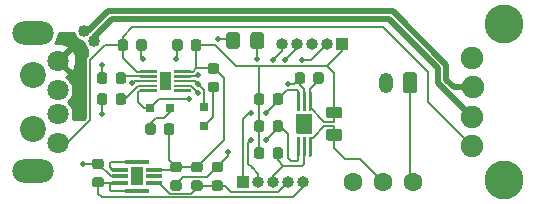
<source format=gtl>
G04 #@! TF.GenerationSoftware,KiCad,Pcbnew,(5.1.2)-1*
G04 #@! TF.CreationDate,2019-07-15T17:46:34-04:00*
G04 #@! TF.ProjectId,Charger Prototype,43686172-6765-4722-9050-726f746f7479,v1.0*
G04 #@! TF.SameCoordinates,Original*
G04 #@! TF.FileFunction,Copper,L1,Top*
G04 #@! TF.FilePolarity,Positive*
%FSLAX46Y46*%
G04 Gerber Fmt 4.6, Leading zero omitted, Abs format (unit mm)*
G04 Created by KiCad (PCBNEW (5.1.2)-1) date 2019-07-15 17:46:34*
%MOMM*%
%LPD*%
G04 APERTURE LIST*
%ADD10C,0.100000*%
%ADD11C,0.200000*%
%ADD12C,0.800000*%
%ADD13R,2.100000X0.400000*%
%ADD14R,1.375000X0.350000*%
%ADD15R,1.100000X1.500000*%
%ADD16O,1.000000X1.000000*%
%ADD17R,1.000000X1.000000*%
%ADD18C,0.875000*%
%ADD19R,0.800000X0.800000*%
%ADD20C,1.800000*%
%ADD21C,2.200000*%
%ADD22O,3.500000X2.000000*%
%ADD23O,1.200000X1.750000*%
%ADD24C,1.200000*%
%ADD25C,1.900000*%
%ADD26C,3.300000*%
%ADD27C,1.150000*%
%ADD28C,0.975000*%
%ADD29C,1.600000*%
%ADD30C,0.250000*%
%ADD31C,1.350000*%
%ADD32C,0.508000*%
%ADD33C,1.016000*%
%ADD34C,0.190500*%
%ADD35C,0.152400*%
%ADD36C,0.508000*%
%ADD37C,0.254000*%
G04 APERTURE END LIST*
D10*
G36*
X116184815Y-91632060D02*
G01*
X116186019Y-91632238D01*
X116187200Y-91632534D01*
X116188345Y-91632944D01*
X116189445Y-91633464D01*
X116190489Y-91634090D01*
X116191466Y-91634815D01*
X116192368Y-91635632D01*
X116193185Y-91636534D01*
X116193910Y-91637511D01*
X116194536Y-91638555D01*
X116195056Y-91639655D01*
X116195466Y-91640800D01*
X116195762Y-91641981D01*
X116195940Y-91643185D01*
X116196000Y-91644400D01*
X116196000Y-91819600D01*
X116195940Y-91820815D01*
X116195762Y-91822019D01*
X116195466Y-91823200D01*
X116195056Y-91824345D01*
X116194536Y-91825445D01*
X116193910Y-91826489D01*
X116193185Y-91827466D01*
X116192368Y-91828368D01*
X116191466Y-91829185D01*
X116190489Y-91829910D01*
X116189445Y-91830536D01*
X116188345Y-91831056D01*
X116187200Y-91831466D01*
X116186019Y-91831762D01*
X116184815Y-91831940D01*
X116183600Y-91832000D01*
X114758400Y-91832000D01*
X114757185Y-91831940D01*
X114755981Y-91831762D01*
X114754800Y-91831466D01*
X114753655Y-91831056D01*
X114752555Y-91830536D01*
X114751511Y-91829910D01*
X114750534Y-91829185D01*
X114749632Y-91828368D01*
X114748815Y-91827466D01*
X114748090Y-91826489D01*
X114747464Y-91825445D01*
X114746944Y-91824345D01*
X114746534Y-91823200D01*
X114746238Y-91822019D01*
X114746060Y-91820815D01*
X114746000Y-91819600D01*
X114746000Y-91644400D01*
X114746060Y-91643185D01*
X114746238Y-91641981D01*
X114746534Y-91640800D01*
X114746944Y-91639655D01*
X114747464Y-91638555D01*
X114748090Y-91637511D01*
X114748815Y-91636534D01*
X114749632Y-91635632D01*
X114750534Y-91634815D01*
X114751511Y-91634090D01*
X114752555Y-91633464D01*
X114753655Y-91632944D01*
X114754800Y-91632534D01*
X114755981Y-91632238D01*
X114757185Y-91632060D01*
X114758400Y-91632000D01*
X116183600Y-91632000D01*
X116184815Y-91632060D01*
X116184815Y-91632060D01*
G37*
D11*
X115471000Y-91732000D03*
D10*
G36*
X116184815Y-91232060D02*
G01*
X116186019Y-91232238D01*
X116187200Y-91232534D01*
X116188345Y-91232944D01*
X116189445Y-91233464D01*
X116190489Y-91234090D01*
X116191466Y-91234815D01*
X116192368Y-91235632D01*
X116193185Y-91236534D01*
X116193910Y-91237511D01*
X116194536Y-91238555D01*
X116195056Y-91239655D01*
X116195466Y-91240800D01*
X116195762Y-91241981D01*
X116195940Y-91243185D01*
X116196000Y-91244400D01*
X116196000Y-91419600D01*
X116195940Y-91420815D01*
X116195762Y-91422019D01*
X116195466Y-91423200D01*
X116195056Y-91424345D01*
X116194536Y-91425445D01*
X116193910Y-91426489D01*
X116193185Y-91427466D01*
X116192368Y-91428368D01*
X116191466Y-91429185D01*
X116190489Y-91429910D01*
X116189445Y-91430536D01*
X116188345Y-91431056D01*
X116187200Y-91431466D01*
X116186019Y-91431762D01*
X116184815Y-91431940D01*
X116183600Y-91432000D01*
X114758400Y-91432000D01*
X114757185Y-91431940D01*
X114755981Y-91431762D01*
X114754800Y-91431466D01*
X114753655Y-91431056D01*
X114752555Y-91430536D01*
X114751511Y-91429910D01*
X114750534Y-91429185D01*
X114749632Y-91428368D01*
X114748815Y-91427466D01*
X114748090Y-91426489D01*
X114747464Y-91425445D01*
X114746944Y-91424345D01*
X114746534Y-91423200D01*
X114746238Y-91422019D01*
X114746060Y-91420815D01*
X114746000Y-91419600D01*
X114746000Y-91244400D01*
X114746060Y-91243185D01*
X114746238Y-91241981D01*
X114746534Y-91240800D01*
X114746944Y-91239655D01*
X114747464Y-91238555D01*
X114748090Y-91237511D01*
X114748815Y-91236534D01*
X114749632Y-91235632D01*
X114750534Y-91234815D01*
X114751511Y-91234090D01*
X114752555Y-91233464D01*
X114753655Y-91232944D01*
X114754800Y-91232534D01*
X114755981Y-91232238D01*
X114757185Y-91232060D01*
X114758400Y-91232000D01*
X116183600Y-91232000D01*
X116184815Y-91232060D01*
X116184815Y-91232060D01*
G37*
D11*
X115471000Y-91332000D03*
D10*
G36*
X116184815Y-90032060D02*
G01*
X116186019Y-90032238D01*
X116187200Y-90032534D01*
X116188345Y-90032944D01*
X116189445Y-90033464D01*
X116190489Y-90034090D01*
X116191466Y-90034815D01*
X116192368Y-90035632D01*
X116193185Y-90036534D01*
X116193910Y-90037511D01*
X116194536Y-90038555D01*
X116195056Y-90039655D01*
X116195466Y-90040800D01*
X116195762Y-90041981D01*
X116195940Y-90043185D01*
X116196000Y-90044400D01*
X116196000Y-90219600D01*
X116195940Y-90220815D01*
X116195762Y-90222019D01*
X116195466Y-90223200D01*
X116195056Y-90224345D01*
X116194536Y-90225445D01*
X116193910Y-90226489D01*
X116193185Y-90227466D01*
X116192368Y-90228368D01*
X116191466Y-90229185D01*
X116190489Y-90229910D01*
X116189445Y-90230536D01*
X116188345Y-90231056D01*
X116187200Y-90231466D01*
X116186019Y-90231762D01*
X116184815Y-90231940D01*
X116183600Y-90232000D01*
X114758400Y-90232000D01*
X114757185Y-90231940D01*
X114755981Y-90231762D01*
X114754800Y-90231466D01*
X114753655Y-90231056D01*
X114752555Y-90230536D01*
X114751511Y-90229910D01*
X114750534Y-90229185D01*
X114749632Y-90228368D01*
X114748815Y-90227466D01*
X114748090Y-90226489D01*
X114747464Y-90225445D01*
X114746944Y-90224345D01*
X114746534Y-90223200D01*
X114746238Y-90222019D01*
X114746060Y-90220815D01*
X114746000Y-90219600D01*
X114746000Y-90044400D01*
X114746060Y-90043185D01*
X114746238Y-90041981D01*
X114746534Y-90040800D01*
X114746944Y-90039655D01*
X114747464Y-90038555D01*
X114748090Y-90037511D01*
X114748815Y-90036534D01*
X114749632Y-90035632D01*
X114750534Y-90034815D01*
X114751511Y-90034090D01*
X114752555Y-90033464D01*
X114753655Y-90032944D01*
X114754800Y-90032534D01*
X114755981Y-90032238D01*
X114757185Y-90032060D01*
X114758400Y-90032000D01*
X116183600Y-90032000D01*
X116184815Y-90032060D01*
X116184815Y-90032060D01*
G37*
D11*
X115471000Y-90132000D03*
D10*
G36*
X116184815Y-90432060D02*
G01*
X116186019Y-90432238D01*
X116187200Y-90432534D01*
X116188345Y-90432944D01*
X116189445Y-90433464D01*
X116190489Y-90434090D01*
X116191466Y-90434815D01*
X116192368Y-90435632D01*
X116193185Y-90436534D01*
X116193910Y-90437511D01*
X116194536Y-90438555D01*
X116195056Y-90439655D01*
X116195466Y-90440800D01*
X116195762Y-90441981D01*
X116195940Y-90443185D01*
X116196000Y-90444400D01*
X116196000Y-90619600D01*
X116195940Y-90620815D01*
X116195762Y-90622019D01*
X116195466Y-90623200D01*
X116195056Y-90624345D01*
X116194536Y-90625445D01*
X116193910Y-90626489D01*
X116193185Y-90627466D01*
X116192368Y-90628368D01*
X116191466Y-90629185D01*
X116190489Y-90629910D01*
X116189445Y-90630536D01*
X116188345Y-90631056D01*
X116187200Y-90631466D01*
X116186019Y-90631762D01*
X116184815Y-90631940D01*
X116183600Y-90632000D01*
X114758400Y-90632000D01*
X114757185Y-90631940D01*
X114755981Y-90631762D01*
X114754800Y-90631466D01*
X114753655Y-90631056D01*
X114752555Y-90630536D01*
X114751511Y-90629910D01*
X114750534Y-90629185D01*
X114749632Y-90628368D01*
X114748815Y-90627466D01*
X114748090Y-90626489D01*
X114747464Y-90625445D01*
X114746944Y-90624345D01*
X114746534Y-90623200D01*
X114746238Y-90622019D01*
X114746060Y-90620815D01*
X114746000Y-90619600D01*
X114746000Y-90444400D01*
X114746060Y-90443185D01*
X114746238Y-90441981D01*
X114746534Y-90440800D01*
X114746944Y-90439655D01*
X114747464Y-90438555D01*
X114748090Y-90437511D01*
X114748815Y-90436534D01*
X114749632Y-90435632D01*
X114750534Y-90434815D01*
X114751511Y-90434090D01*
X114752555Y-90433464D01*
X114753655Y-90432944D01*
X114754800Y-90432534D01*
X114755981Y-90432238D01*
X114757185Y-90432060D01*
X114758400Y-90432000D01*
X116183600Y-90432000D01*
X116184815Y-90432060D01*
X116184815Y-90432060D01*
G37*
D11*
X115471000Y-90532000D03*
D10*
G36*
X113334815Y-91632060D02*
G01*
X113336019Y-91632238D01*
X113337200Y-91632534D01*
X113338345Y-91632944D01*
X113339445Y-91633464D01*
X113340489Y-91634090D01*
X113341466Y-91634815D01*
X113342368Y-91635632D01*
X113343185Y-91636534D01*
X113343910Y-91637511D01*
X113344536Y-91638555D01*
X113345056Y-91639655D01*
X113345466Y-91640800D01*
X113345762Y-91641981D01*
X113345940Y-91643185D01*
X113346000Y-91644400D01*
X113346000Y-91819600D01*
X113345940Y-91820815D01*
X113345762Y-91822019D01*
X113345466Y-91823200D01*
X113345056Y-91824345D01*
X113344536Y-91825445D01*
X113343910Y-91826489D01*
X113343185Y-91827466D01*
X113342368Y-91828368D01*
X113341466Y-91829185D01*
X113340489Y-91829910D01*
X113339445Y-91830536D01*
X113338345Y-91831056D01*
X113337200Y-91831466D01*
X113336019Y-91831762D01*
X113334815Y-91831940D01*
X113333600Y-91832000D01*
X111908400Y-91832000D01*
X111907185Y-91831940D01*
X111905981Y-91831762D01*
X111904800Y-91831466D01*
X111903655Y-91831056D01*
X111902555Y-91830536D01*
X111901511Y-91829910D01*
X111900534Y-91829185D01*
X111899632Y-91828368D01*
X111898815Y-91827466D01*
X111898090Y-91826489D01*
X111897464Y-91825445D01*
X111896944Y-91824345D01*
X111896534Y-91823200D01*
X111896238Y-91822019D01*
X111896060Y-91820815D01*
X111896000Y-91819600D01*
X111896000Y-91644400D01*
X111896060Y-91643185D01*
X111896238Y-91641981D01*
X111896534Y-91640800D01*
X111896944Y-91639655D01*
X111897464Y-91638555D01*
X111898090Y-91637511D01*
X111898815Y-91636534D01*
X111899632Y-91635632D01*
X111900534Y-91634815D01*
X111901511Y-91634090D01*
X111902555Y-91633464D01*
X111903655Y-91632944D01*
X111904800Y-91632534D01*
X111905981Y-91632238D01*
X111907185Y-91632060D01*
X111908400Y-91632000D01*
X113333600Y-91632000D01*
X113334815Y-91632060D01*
X113334815Y-91632060D01*
G37*
D11*
X112621000Y-91732000D03*
D10*
G36*
X113334815Y-91232060D02*
G01*
X113336019Y-91232238D01*
X113337200Y-91232534D01*
X113338345Y-91232944D01*
X113339445Y-91233464D01*
X113340489Y-91234090D01*
X113341466Y-91234815D01*
X113342368Y-91235632D01*
X113343185Y-91236534D01*
X113343910Y-91237511D01*
X113344536Y-91238555D01*
X113345056Y-91239655D01*
X113345466Y-91240800D01*
X113345762Y-91241981D01*
X113345940Y-91243185D01*
X113346000Y-91244400D01*
X113346000Y-91419600D01*
X113345940Y-91420815D01*
X113345762Y-91422019D01*
X113345466Y-91423200D01*
X113345056Y-91424345D01*
X113344536Y-91425445D01*
X113343910Y-91426489D01*
X113343185Y-91427466D01*
X113342368Y-91428368D01*
X113341466Y-91429185D01*
X113340489Y-91429910D01*
X113339445Y-91430536D01*
X113338345Y-91431056D01*
X113337200Y-91431466D01*
X113336019Y-91431762D01*
X113334815Y-91431940D01*
X113333600Y-91432000D01*
X111908400Y-91432000D01*
X111907185Y-91431940D01*
X111905981Y-91431762D01*
X111904800Y-91431466D01*
X111903655Y-91431056D01*
X111902555Y-91430536D01*
X111901511Y-91429910D01*
X111900534Y-91429185D01*
X111899632Y-91428368D01*
X111898815Y-91427466D01*
X111898090Y-91426489D01*
X111897464Y-91425445D01*
X111896944Y-91424345D01*
X111896534Y-91423200D01*
X111896238Y-91422019D01*
X111896060Y-91420815D01*
X111896000Y-91419600D01*
X111896000Y-91244400D01*
X111896060Y-91243185D01*
X111896238Y-91241981D01*
X111896534Y-91240800D01*
X111896944Y-91239655D01*
X111897464Y-91238555D01*
X111898090Y-91237511D01*
X111898815Y-91236534D01*
X111899632Y-91235632D01*
X111900534Y-91234815D01*
X111901511Y-91234090D01*
X111902555Y-91233464D01*
X111903655Y-91232944D01*
X111904800Y-91232534D01*
X111905981Y-91232238D01*
X111907185Y-91232060D01*
X111908400Y-91232000D01*
X113333600Y-91232000D01*
X113334815Y-91232060D01*
X113334815Y-91232060D01*
G37*
D11*
X112621000Y-91332000D03*
D10*
G36*
X113334815Y-90032060D02*
G01*
X113336019Y-90032238D01*
X113337200Y-90032534D01*
X113338345Y-90032944D01*
X113339445Y-90033464D01*
X113340489Y-90034090D01*
X113341466Y-90034815D01*
X113342368Y-90035632D01*
X113343185Y-90036534D01*
X113343910Y-90037511D01*
X113344536Y-90038555D01*
X113345056Y-90039655D01*
X113345466Y-90040800D01*
X113345762Y-90041981D01*
X113345940Y-90043185D01*
X113346000Y-90044400D01*
X113346000Y-90219600D01*
X113345940Y-90220815D01*
X113345762Y-90222019D01*
X113345466Y-90223200D01*
X113345056Y-90224345D01*
X113344536Y-90225445D01*
X113343910Y-90226489D01*
X113343185Y-90227466D01*
X113342368Y-90228368D01*
X113341466Y-90229185D01*
X113340489Y-90229910D01*
X113339445Y-90230536D01*
X113338345Y-90231056D01*
X113337200Y-90231466D01*
X113336019Y-90231762D01*
X113334815Y-90231940D01*
X113333600Y-90232000D01*
X111908400Y-90232000D01*
X111907185Y-90231940D01*
X111905981Y-90231762D01*
X111904800Y-90231466D01*
X111903655Y-90231056D01*
X111902555Y-90230536D01*
X111901511Y-90229910D01*
X111900534Y-90229185D01*
X111899632Y-90228368D01*
X111898815Y-90227466D01*
X111898090Y-90226489D01*
X111897464Y-90225445D01*
X111896944Y-90224345D01*
X111896534Y-90223200D01*
X111896238Y-90222019D01*
X111896060Y-90220815D01*
X111896000Y-90219600D01*
X111896000Y-90044400D01*
X111896060Y-90043185D01*
X111896238Y-90041981D01*
X111896534Y-90040800D01*
X111896944Y-90039655D01*
X111897464Y-90038555D01*
X111898090Y-90037511D01*
X111898815Y-90036534D01*
X111899632Y-90035632D01*
X111900534Y-90034815D01*
X111901511Y-90034090D01*
X111902555Y-90033464D01*
X111903655Y-90032944D01*
X111904800Y-90032534D01*
X111905981Y-90032238D01*
X111907185Y-90032060D01*
X111908400Y-90032000D01*
X113333600Y-90032000D01*
X113334815Y-90032060D01*
X113334815Y-90032060D01*
G37*
D11*
X112621000Y-90132000D03*
D10*
G36*
X113334815Y-90432060D02*
G01*
X113336019Y-90432238D01*
X113337200Y-90432534D01*
X113338345Y-90432944D01*
X113339445Y-90433464D01*
X113340489Y-90434090D01*
X113341466Y-90434815D01*
X113342368Y-90435632D01*
X113343185Y-90436534D01*
X113343910Y-90437511D01*
X113344536Y-90438555D01*
X113345056Y-90439655D01*
X113345466Y-90440800D01*
X113345762Y-90441981D01*
X113345940Y-90443185D01*
X113346000Y-90444400D01*
X113346000Y-90619600D01*
X113345940Y-90620815D01*
X113345762Y-90622019D01*
X113345466Y-90623200D01*
X113345056Y-90624345D01*
X113344536Y-90625445D01*
X113343910Y-90626489D01*
X113343185Y-90627466D01*
X113342368Y-90628368D01*
X113341466Y-90629185D01*
X113340489Y-90629910D01*
X113339445Y-90630536D01*
X113338345Y-90631056D01*
X113337200Y-90631466D01*
X113336019Y-90631762D01*
X113334815Y-90631940D01*
X113333600Y-90632000D01*
X111908400Y-90632000D01*
X111907185Y-90631940D01*
X111905981Y-90631762D01*
X111904800Y-90631466D01*
X111903655Y-90631056D01*
X111902555Y-90630536D01*
X111901511Y-90629910D01*
X111900534Y-90629185D01*
X111899632Y-90628368D01*
X111898815Y-90627466D01*
X111898090Y-90626489D01*
X111897464Y-90625445D01*
X111896944Y-90624345D01*
X111896534Y-90623200D01*
X111896238Y-90622019D01*
X111896060Y-90620815D01*
X111896000Y-90619600D01*
X111896000Y-90444400D01*
X111896060Y-90443185D01*
X111896238Y-90441981D01*
X111896534Y-90440800D01*
X111896944Y-90439655D01*
X111897464Y-90438555D01*
X111898090Y-90437511D01*
X111898815Y-90436534D01*
X111899632Y-90435632D01*
X111900534Y-90434815D01*
X111901511Y-90434090D01*
X111902555Y-90433464D01*
X111903655Y-90432944D01*
X111904800Y-90432534D01*
X111905981Y-90432238D01*
X111907185Y-90432060D01*
X111908400Y-90432000D01*
X113333600Y-90432000D01*
X113334815Y-90432060D01*
X113334815Y-90432060D01*
G37*
D11*
X112621000Y-90532000D03*
D10*
G36*
X116184815Y-90832060D02*
G01*
X116186019Y-90832238D01*
X116187200Y-90832534D01*
X116188345Y-90832944D01*
X116189445Y-90833464D01*
X116190489Y-90834090D01*
X116191466Y-90834815D01*
X116192368Y-90835632D01*
X116193185Y-90836534D01*
X116193910Y-90837511D01*
X116194536Y-90838555D01*
X116195056Y-90839655D01*
X116195466Y-90840800D01*
X116195762Y-90841981D01*
X116195940Y-90843185D01*
X116196000Y-90844400D01*
X116196000Y-91019600D01*
X116195940Y-91020815D01*
X116195762Y-91022019D01*
X116195466Y-91023200D01*
X116195056Y-91024345D01*
X116194536Y-91025445D01*
X116193910Y-91026489D01*
X116193185Y-91027466D01*
X116192368Y-91028368D01*
X116191466Y-91029185D01*
X116190489Y-91029910D01*
X116189445Y-91030536D01*
X116188345Y-91031056D01*
X116187200Y-91031466D01*
X116186019Y-91031762D01*
X116184815Y-91031940D01*
X116183600Y-91032000D01*
X114758400Y-91032000D01*
X114757185Y-91031940D01*
X114755981Y-91031762D01*
X114754800Y-91031466D01*
X114753655Y-91031056D01*
X114752555Y-91030536D01*
X114751511Y-91029910D01*
X114750534Y-91029185D01*
X114749632Y-91028368D01*
X114748815Y-91027466D01*
X114748090Y-91026489D01*
X114747464Y-91025445D01*
X114746944Y-91024345D01*
X114746534Y-91023200D01*
X114746238Y-91022019D01*
X114746060Y-91020815D01*
X114746000Y-91019600D01*
X114746000Y-90844400D01*
X114746060Y-90843185D01*
X114746238Y-90841981D01*
X114746534Y-90840800D01*
X114746944Y-90839655D01*
X114747464Y-90838555D01*
X114748090Y-90837511D01*
X114748815Y-90836534D01*
X114749632Y-90835632D01*
X114750534Y-90834815D01*
X114751511Y-90834090D01*
X114752555Y-90833464D01*
X114753655Y-90832944D01*
X114754800Y-90832534D01*
X114755981Y-90832238D01*
X114757185Y-90832060D01*
X114758400Y-90832000D01*
X116183600Y-90832000D01*
X116184815Y-90832060D01*
X116184815Y-90832060D01*
G37*
D11*
X115471000Y-90932000D03*
D10*
G36*
X113334815Y-90832060D02*
G01*
X113336019Y-90832238D01*
X113337200Y-90832534D01*
X113338345Y-90832944D01*
X113339445Y-90833464D01*
X113340489Y-90834090D01*
X113341466Y-90834815D01*
X113342368Y-90835632D01*
X113343185Y-90836534D01*
X113343910Y-90837511D01*
X113344536Y-90838555D01*
X113345056Y-90839655D01*
X113345466Y-90840800D01*
X113345762Y-90841981D01*
X113345940Y-90843185D01*
X113346000Y-90844400D01*
X113346000Y-91019600D01*
X113345940Y-91020815D01*
X113345762Y-91022019D01*
X113345466Y-91023200D01*
X113345056Y-91024345D01*
X113344536Y-91025445D01*
X113343910Y-91026489D01*
X113343185Y-91027466D01*
X113342368Y-91028368D01*
X113341466Y-91029185D01*
X113340489Y-91029910D01*
X113339445Y-91030536D01*
X113338345Y-91031056D01*
X113337200Y-91031466D01*
X113336019Y-91031762D01*
X113334815Y-91031940D01*
X113333600Y-91032000D01*
X111908400Y-91032000D01*
X111907185Y-91031940D01*
X111905981Y-91031762D01*
X111904800Y-91031466D01*
X111903655Y-91031056D01*
X111902555Y-91030536D01*
X111901511Y-91029910D01*
X111900534Y-91029185D01*
X111899632Y-91028368D01*
X111898815Y-91027466D01*
X111898090Y-91026489D01*
X111897464Y-91025445D01*
X111896944Y-91024345D01*
X111896534Y-91023200D01*
X111896238Y-91022019D01*
X111896060Y-91020815D01*
X111896000Y-91019600D01*
X111896000Y-90844400D01*
X111896060Y-90843185D01*
X111896238Y-90841981D01*
X111896534Y-90840800D01*
X111896944Y-90839655D01*
X111897464Y-90838555D01*
X111898090Y-90837511D01*
X111898815Y-90836534D01*
X111899632Y-90835632D01*
X111900534Y-90834815D01*
X111901511Y-90834090D01*
X111902555Y-90833464D01*
X111903655Y-90832944D01*
X111904800Y-90832534D01*
X111905981Y-90832238D01*
X111907185Y-90832060D01*
X111908400Y-90832000D01*
X113333600Y-90832000D01*
X113334815Y-90832060D01*
X113334815Y-90832060D01*
G37*
D11*
X112621000Y-90932000D03*
D10*
G36*
X114459921Y-90182193D02*
G01*
X114463804Y-90182769D01*
X114467611Y-90183722D01*
X114471307Y-90185045D01*
X114474856Y-90186723D01*
X114478223Y-90188741D01*
X114481376Y-90191080D01*
X114484284Y-90193716D01*
X114486920Y-90196624D01*
X114489259Y-90199777D01*
X114491277Y-90203144D01*
X114492955Y-90206693D01*
X114494278Y-90210389D01*
X114495231Y-90214196D01*
X114495807Y-90218079D01*
X114496000Y-90222000D01*
X114496000Y-90942000D01*
X114495807Y-90945921D01*
X114495231Y-90949804D01*
X114494278Y-90953611D01*
X114492955Y-90957307D01*
X114491277Y-90960856D01*
X114489259Y-90964223D01*
X114486920Y-90967376D01*
X114484284Y-90970284D01*
X114481376Y-90972920D01*
X114478223Y-90975259D01*
X114474856Y-90977277D01*
X114471307Y-90978955D01*
X114467611Y-90980278D01*
X114463804Y-90981231D01*
X114459921Y-90981807D01*
X114456000Y-90982000D01*
X113636000Y-90982000D01*
X113632079Y-90981807D01*
X113628196Y-90981231D01*
X113624389Y-90980278D01*
X113620693Y-90978955D01*
X113617144Y-90977277D01*
X113613777Y-90975259D01*
X113610624Y-90972920D01*
X113607716Y-90970284D01*
X113605080Y-90967376D01*
X113602741Y-90964223D01*
X113600723Y-90960856D01*
X113599045Y-90957307D01*
X113597722Y-90953611D01*
X113596769Y-90949804D01*
X113596193Y-90945921D01*
X113596000Y-90942000D01*
X113596000Y-90222000D01*
X113596193Y-90218079D01*
X113596769Y-90214196D01*
X113597722Y-90210389D01*
X113599045Y-90206693D01*
X113600723Y-90203144D01*
X113602741Y-90199777D01*
X113605080Y-90196624D01*
X113607716Y-90193716D01*
X113610624Y-90191080D01*
X113613777Y-90188741D01*
X113617144Y-90186723D01*
X113620693Y-90185045D01*
X113624389Y-90183722D01*
X113628196Y-90182769D01*
X113632079Y-90182193D01*
X113636000Y-90182000D01*
X114456000Y-90182000D01*
X114459921Y-90182193D01*
X114459921Y-90182193D01*
G37*
D12*
X114046000Y-90582000D03*
D10*
G36*
X114459921Y-90882193D02*
G01*
X114463804Y-90882769D01*
X114467611Y-90883722D01*
X114471307Y-90885045D01*
X114474856Y-90886723D01*
X114478223Y-90888741D01*
X114481376Y-90891080D01*
X114484284Y-90893716D01*
X114486920Y-90896624D01*
X114489259Y-90899777D01*
X114491277Y-90903144D01*
X114492955Y-90906693D01*
X114494278Y-90910389D01*
X114495231Y-90914196D01*
X114495807Y-90918079D01*
X114496000Y-90922000D01*
X114496000Y-91642000D01*
X114495807Y-91645921D01*
X114495231Y-91649804D01*
X114494278Y-91653611D01*
X114492955Y-91657307D01*
X114491277Y-91660856D01*
X114489259Y-91664223D01*
X114486920Y-91667376D01*
X114484284Y-91670284D01*
X114481376Y-91672920D01*
X114478223Y-91675259D01*
X114474856Y-91677277D01*
X114471307Y-91678955D01*
X114467611Y-91680278D01*
X114463804Y-91681231D01*
X114459921Y-91681807D01*
X114456000Y-91682000D01*
X113636000Y-91682000D01*
X113632079Y-91681807D01*
X113628196Y-91681231D01*
X113624389Y-91680278D01*
X113620693Y-91678955D01*
X113617144Y-91677277D01*
X113613777Y-91675259D01*
X113610624Y-91672920D01*
X113607716Y-91670284D01*
X113605080Y-91667376D01*
X113602741Y-91664223D01*
X113600723Y-91660856D01*
X113599045Y-91657307D01*
X113597722Y-91653611D01*
X113596769Y-91649804D01*
X113596193Y-91645921D01*
X113596000Y-91642000D01*
X113596000Y-90922000D01*
X113596193Y-90918079D01*
X113596769Y-90914196D01*
X113597722Y-90910389D01*
X113599045Y-90906693D01*
X113600723Y-90903144D01*
X113602741Y-90899777D01*
X113605080Y-90896624D01*
X113607716Y-90893716D01*
X113610624Y-90891080D01*
X113613777Y-90888741D01*
X113617144Y-90886723D01*
X113620693Y-90885045D01*
X113624389Y-90883722D01*
X113628196Y-90882769D01*
X113632079Y-90882193D01*
X113636000Y-90882000D01*
X114456000Y-90882000D01*
X114459921Y-90882193D01*
X114459921Y-90882193D01*
G37*
D12*
X114046000Y-91282000D03*
D13*
X111633000Y-100246500D03*
X111633000Y-97746500D03*
D14*
X110195500Y-99546500D03*
X110195500Y-98446500D03*
X110195500Y-98996500D03*
X113070500Y-98446500D03*
X113083000Y-99546500D03*
X113070500Y-98996500D03*
D15*
X111633000Y-98996500D03*
D16*
X123952000Y-87757000D03*
X125222000Y-87757000D03*
X126492000Y-87757000D03*
X127762000Y-87757000D03*
D17*
X129032000Y-87757000D03*
D16*
X125730000Y-99441000D03*
X124460000Y-99441000D03*
X123190000Y-99441000D03*
X121920000Y-99441000D03*
D17*
X120650000Y-99441000D03*
D10*
G36*
X125665191Y-90204053D02*
G01*
X125686426Y-90207203D01*
X125707250Y-90212419D01*
X125727462Y-90219651D01*
X125746868Y-90228830D01*
X125765281Y-90239866D01*
X125782524Y-90252654D01*
X125798430Y-90267070D01*
X125812846Y-90282976D01*
X125825634Y-90300219D01*
X125836670Y-90318632D01*
X125845849Y-90338038D01*
X125853081Y-90358250D01*
X125858297Y-90379074D01*
X125861447Y-90400309D01*
X125862500Y-90421750D01*
X125862500Y-90934250D01*
X125861447Y-90955691D01*
X125858297Y-90976926D01*
X125853081Y-90997750D01*
X125845849Y-91017962D01*
X125836670Y-91037368D01*
X125825634Y-91055781D01*
X125812846Y-91073024D01*
X125798430Y-91088930D01*
X125782524Y-91103346D01*
X125765281Y-91116134D01*
X125746868Y-91127170D01*
X125727462Y-91136349D01*
X125707250Y-91143581D01*
X125686426Y-91148797D01*
X125665191Y-91151947D01*
X125643750Y-91153000D01*
X125206250Y-91153000D01*
X125184809Y-91151947D01*
X125163574Y-91148797D01*
X125142750Y-91143581D01*
X125122538Y-91136349D01*
X125103132Y-91127170D01*
X125084719Y-91116134D01*
X125067476Y-91103346D01*
X125051570Y-91088930D01*
X125037154Y-91073024D01*
X125024366Y-91055781D01*
X125013330Y-91037368D01*
X125004151Y-91017962D01*
X124996919Y-90997750D01*
X124991703Y-90976926D01*
X124988553Y-90955691D01*
X124987500Y-90934250D01*
X124987500Y-90421750D01*
X124988553Y-90400309D01*
X124991703Y-90379074D01*
X124996919Y-90358250D01*
X125004151Y-90338038D01*
X125013330Y-90318632D01*
X125024366Y-90300219D01*
X125037154Y-90282976D01*
X125051570Y-90267070D01*
X125067476Y-90252654D01*
X125084719Y-90239866D01*
X125103132Y-90228830D01*
X125122538Y-90219651D01*
X125142750Y-90212419D01*
X125163574Y-90207203D01*
X125184809Y-90204053D01*
X125206250Y-90203000D01*
X125643750Y-90203000D01*
X125665191Y-90204053D01*
X125665191Y-90204053D01*
G37*
D18*
X125425000Y-90678000D03*
D10*
G36*
X127240191Y-90204053D02*
G01*
X127261426Y-90207203D01*
X127282250Y-90212419D01*
X127302462Y-90219651D01*
X127321868Y-90228830D01*
X127340281Y-90239866D01*
X127357524Y-90252654D01*
X127373430Y-90267070D01*
X127387846Y-90282976D01*
X127400634Y-90300219D01*
X127411670Y-90318632D01*
X127420849Y-90338038D01*
X127428081Y-90358250D01*
X127433297Y-90379074D01*
X127436447Y-90400309D01*
X127437500Y-90421750D01*
X127437500Y-90934250D01*
X127436447Y-90955691D01*
X127433297Y-90976926D01*
X127428081Y-90997750D01*
X127420849Y-91017962D01*
X127411670Y-91037368D01*
X127400634Y-91055781D01*
X127387846Y-91073024D01*
X127373430Y-91088930D01*
X127357524Y-91103346D01*
X127340281Y-91116134D01*
X127321868Y-91127170D01*
X127302462Y-91136349D01*
X127282250Y-91143581D01*
X127261426Y-91148797D01*
X127240191Y-91151947D01*
X127218750Y-91153000D01*
X126781250Y-91153000D01*
X126759809Y-91151947D01*
X126738574Y-91148797D01*
X126717750Y-91143581D01*
X126697538Y-91136349D01*
X126678132Y-91127170D01*
X126659719Y-91116134D01*
X126642476Y-91103346D01*
X126626570Y-91088930D01*
X126612154Y-91073024D01*
X126599366Y-91055781D01*
X126588330Y-91037368D01*
X126579151Y-91017962D01*
X126571919Y-90997750D01*
X126566703Y-90976926D01*
X126563553Y-90955691D01*
X126562500Y-90934250D01*
X126562500Y-90421750D01*
X126563553Y-90400309D01*
X126566703Y-90379074D01*
X126571919Y-90358250D01*
X126579151Y-90338038D01*
X126588330Y-90318632D01*
X126599366Y-90300219D01*
X126612154Y-90282976D01*
X126626570Y-90267070D01*
X126642476Y-90252654D01*
X126659719Y-90239866D01*
X126678132Y-90228830D01*
X126697538Y-90219651D01*
X126717750Y-90212419D01*
X126738574Y-90207203D01*
X126759809Y-90204053D01*
X126781250Y-90203000D01*
X127218750Y-90203000D01*
X127240191Y-90204053D01*
X127240191Y-90204053D01*
G37*
D18*
X127000000Y-90678000D03*
D10*
G36*
X108608691Y-97493053D02*
G01*
X108629926Y-97496203D01*
X108650750Y-97501419D01*
X108670962Y-97508651D01*
X108690368Y-97517830D01*
X108708781Y-97528866D01*
X108726024Y-97541654D01*
X108741930Y-97556070D01*
X108756346Y-97571976D01*
X108769134Y-97589219D01*
X108780170Y-97607632D01*
X108789349Y-97627038D01*
X108796581Y-97647250D01*
X108801797Y-97668074D01*
X108804947Y-97689309D01*
X108806000Y-97710750D01*
X108806000Y-98148250D01*
X108804947Y-98169691D01*
X108801797Y-98190926D01*
X108796581Y-98211750D01*
X108789349Y-98231962D01*
X108780170Y-98251368D01*
X108769134Y-98269781D01*
X108756346Y-98287024D01*
X108741930Y-98302930D01*
X108726024Y-98317346D01*
X108708781Y-98330134D01*
X108690368Y-98341170D01*
X108670962Y-98350349D01*
X108650750Y-98357581D01*
X108629926Y-98362797D01*
X108608691Y-98365947D01*
X108587250Y-98367000D01*
X108074750Y-98367000D01*
X108053309Y-98365947D01*
X108032074Y-98362797D01*
X108011250Y-98357581D01*
X107991038Y-98350349D01*
X107971632Y-98341170D01*
X107953219Y-98330134D01*
X107935976Y-98317346D01*
X107920070Y-98302930D01*
X107905654Y-98287024D01*
X107892866Y-98269781D01*
X107881830Y-98251368D01*
X107872651Y-98231962D01*
X107865419Y-98211750D01*
X107860203Y-98190926D01*
X107857053Y-98169691D01*
X107856000Y-98148250D01*
X107856000Y-97710750D01*
X107857053Y-97689309D01*
X107860203Y-97668074D01*
X107865419Y-97647250D01*
X107872651Y-97627038D01*
X107881830Y-97607632D01*
X107892866Y-97589219D01*
X107905654Y-97571976D01*
X107920070Y-97556070D01*
X107935976Y-97541654D01*
X107953219Y-97528866D01*
X107971632Y-97517830D01*
X107991038Y-97508651D01*
X108011250Y-97501419D01*
X108032074Y-97496203D01*
X108053309Y-97493053D01*
X108074750Y-97492000D01*
X108587250Y-97492000D01*
X108608691Y-97493053D01*
X108608691Y-97493053D01*
G37*
D18*
X108331000Y-97929500D03*
D10*
G36*
X108608691Y-99068053D02*
G01*
X108629926Y-99071203D01*
X108650750Y-99076419D01*
X108670962Y-99083651D01*
X108690368Y-99092830D01*
X108708781Y-99103866D01*
X108726024Y-99116654D01*
X108741930Y-99131070D01*
X108756346Y-99146976D01*
X108769134Y-99164219D01*
X108780170Y-99182632D01*
X108789349Y-99202038D01*
X108796581Y-99222250D01*
X108801797Y-99243074D01*
X108804947Y-99264309D01*
X108806000Y-99285750D01*
X108806000Y-99723250D01*
X108804947Y-99744691D01*
X108801797Y-99765926D01*
X108796581Y-99786750D01*
X108789349Y-99806962D01*
X108780170Y-99826368D01*
X108769134Y-99844781D01*
X108756346Y-99862024D01*
X108741930Y-99877930D01*
X108726024Y-99892346D01*
X108708781Y-99905134D01*
X108690368Y-99916170D01*
X108670962Y-99925349D01*
X108650750Y-99932581D01*
X108629926Y-99937797D01*
X108608691Y-99940947D01*
X108587250Y-99942000D01*
X108074750Y-99942000D01*
X108053309Y-99940947D01*
X108032074Y-99937797D01*
X108011250Y-99932581D01*
X107991038Y-99925349D01*
X107971632Y-99916170D01*
X107953219Y-99905134D01*
X107935976Y-99892346D01*
X107920070Y-99877930D01*
X107905654Y-99862024D01*
X107892866Y-99844781D01*
X107881830Y-99826368D01*
X107872651Y-99806962D01*
X107865419Y-99786750D01*
X107860203Y-99765926D01*
X107857053Y-99744691D01*
X107856000Y-99723250D01*
X107856000Y-99285750D01*
X107857053Y-99264309D01*
X107860203Y-99243074D01*
X107865419Y-99222250D01*
X107872651Y-99202038D01*
X107881830Y-99182632D01*
X107892866Y-99164219D01*
X107905654Y-99146976D01*
X107920070Y-99131070D01*
X107935976Y-99116654D01*
X107953219Y-99103866D01*
X107971632Y-99092830D01*
X107991038Y-99083651D01*
X108011250Y-99076419D01*
X108032074Y-99071203D01*
X108053309Y-99068053D01*
X108074750Y-99067000D01*
X108587250Y-99067000D01*
X108608691Y-99068053D01*
X108608691Y-99068053D01*
G37*
D18*
X108331000Y-99504500D03*
D10*
G36*
X112254191Y-87410053D02*
G01*
X112275426Y-87413203D01*
X112296250Y-87418419D01*
X112316462Y-87425651D01*
X112335868Y-87434830D01*
X112354281Y-87445866D01*
X112371524Y-87458654D01*
X112387430Y-87473070D01*
X112401846Y-87488976D01*
X112414634Y-87506219D01*
X112425670Y-87524632D01*
X112434849Y-87544038D01*
X112442081Y-87564250D01*
X112447297Y-87585074D01*
X112450447Y-87606309D01*
X112451500Y-87627750D01*
X112451500Y-88140250D01*
X112450447Y-88161691D01*
X112447297Y-88182926D01*
X112442081Y-88203750D01*
X112434849Y-88223962D01*
X112425670Y-88243368D01*
X112414634Y-88261781D01*
X112401846Y-88279024D01*
X112387430Y-88294930D01*
X112371524Y-88309346D01*
X112354281Y-88322134D01*
X112335868Y-88333170D01*
X112316462Y-88342349D01*
X112296250Y-88349581D01*
X112275426Y-88354797D01*
X112254191Y-88357947D01*
X112232750Y-88359000D01*
X111795250Y-88359000D01*
X111773809Y-88357947D01*
X111752574Y-88354797D01*
X111731750Y-88349581D01*
X111711538Y-88342349D01*
X111692132Y-88333170D01*
X111673719Y-88322134D01*
X111656476Y-88309346D01*
X111640570Y-88294930D01*
X111626154Y-88279024D01*
X111613366Y-88261781D01*
X111602330Y-88243368D01*
X111593151Y-88223962D01*
X111585919Y-88203750D01*
X111580703Y-88182926D01*
X111577553Y-88161691D01*
X111576500Y-88140250D01*
X111576500Y-87627750D01*
X111577553Y-87606309D01*
X111580703Y-87585074D01*
X111585919Y-87564250D01*
X111593151Y-87544038D01*
X111602330Y-87524632D01*
X111613366Y-87506219D01*
X111626154Y-87488976D01*
X111640570Y-87473070D01*
X111656476Y-87458654D01*
X111673719Y-87445866D01*
X111692132Y-87434830D01*
X111711538Y-87425651D01*
X111731750Y-87418419D01*
X111752574Y-87413203D01*
X111773809Y-87410053D01*
X111795250Y-87409000D01*
X112232750Y-87409000D01*
X112254191Y-87410053D01*
X112254191Y-87410053D01*
G37*
D18*
X112014000Y-87884000D03*
D10*
G36*
X110679191Y-87410053D02*
G01*
X110700426Y-87413203D01*
X110721250Y-87418419D01*
X110741462Y-87425651D01*
X110760868Y-87434830D01*
X110779281Y-87445866D01*
X110796524Y-87458654D01*
X110812430Y-87473070D01*
X110826846Y-87488976D01*
X110839634Y-87506219D01*
X110850670Y-87524632D01*
X110859849Y-87544038D01*
X110867081Y-87564250D01*
X110872297Y-87585074D01*
X110875447Y-87606309D01*
X110876500Y-87627750D01*
X110876500Y-88140250D01*
X110875447Y-88161691D01*
X110872297Y-88182926D01*
X110867081Y-88203750D01*
X110859849Y-88223962D01*
X110850670Y-88243368D01*
X110839634Y-88261781D01*
X110826846Y-88279024D01*
X110812430Y-88294930D01*
X110796524Y-88309346D01*
X110779281Y-88322134D01*
X110760868Y-88333170D01*
X110741462Y-88342349D01*
X110721250Y-88349581D01*
X110700426Y-88354797D01*
X110679191Y-88357947D01*
X110657750Y-88359000D01*
X110220250Y-88359000D01*
X110198809Y-88357947D01*
X110177574Y-88354797D01*
X110156750Y-88349581D01*
X110136538Y-88342349D01*
X110117132Y-88333170D01*
X110098719Y-88322134D01*
X110081476Y-88309346D01*
X110065570Y-88294930D01*
X110051154Y-88279024D01*
X110038366Y-88261781D01*
X110027330Y-88243368D01*
X110018151Y-88223962D01*
X110010919Y-88203750D01*
X110005703Y-88182926D01*
X110002553Y-88161691D01*
X110001500Y-88140250D01*
X110001500Y-87627750D01*
X110002553Y-87606309D01*
X110005703Y-87585074D01*
X110010919Y-87564250D01*
X110018151Y-87544038D01*
X110027330Y-87524632D01*
X110038366Y-87506219D01*
X110051154Y-87488976D01*
X110065570Y-87473070D01*
X110081476Y-87458654D01*
X110098719Y-87445866D01*
X110117132Y-87434830D01*
X110136538Y-87425651D01*
X110156750Y-87418419D01*
X110177574Y-87413203D01*
X110198809Y-87410053D01*
X110220250Y-87409000D01*
X110657750Y-87409000D01*
X110679191Y-87410053D01*
X110679191Y-87410053D01*
G37*
D18*
X110439000Y-87884000D03*
D10*
G36*
X115302191Y-87410053D02*
G01*
X115323426Y-87413203D01*
X115344250Y-87418419D01*
X115364462Y-87425651D01*
X115383868Y-87434830D01*
X115402281Y-87445866D01*
X115419524Y-87458654D01*
X115435430Y-87473070D01*
X115449846Y-87488976D01*
X115462634Y-87506219D01*
X115473670Y-87524632D01*
X115482849Y-87544038D01*
X115490081Y-87564250D01*
X115495297Y-87585074D01*
X115498447Y-87606309D01*
X115499500Y-87627750D01*
X115499500Y-88140250D01*
X115498447Y-88161691D01*
X115495297Y-88182926D01*
X115490081Y-88203750D01*
X115482849Y-88223962D01*
X115473670Y-88243368D01*
X115462634Y-88261781D01*
X115449846Y-88279024D01*
X115435430Y-88294930D01*
X115419524Y-88309346D01*
X115402281Y-88322134D01*
X115383868Y-88333170D01*
X115364462Y-88342349D01*
X115344250Y-88349581D01*
X115323426Y-88354797D01*
X115302191Y-88357947D01*
X115280750Y-88359000D01*
X114843250Y-88359000D01*
X114821809Y-88357947D01*
X114800574Y-88354797D01*
X114779750Y-88349581D01*
X114759538Y-88342349D01*
X114740132Y-88333170D01*
X114721719Y-88322134D01*
X114704476Y-88309346D01*
X114688570Y-88294930D01*
X114674154Y-88279024D01*
X114661366Y-88261781D01*
X114650330Y-88243368D01*
X114641151Y-88223962D01*
X114633919Y-88203750D01*
X114628703Y-88182926D01*
X114625553Y-88161691D01*
X114624500Y-88140250D01*
X114624500Y-87627750D01*
X114625553Y-87606309D01*
X114628703Y-87585074D01*
X114633919Y-87564250D01*
X114641151Y-87544038D01*
X114650330Y-87524632D01*
X114661366Y-87506219D01*
X114674154Y-87488976D01*
X114688570Y-87473070D01*
X114704476Y-87458654D01*
X114721719Y-87445866D01*
X114740132Y-87434830D01*
X114759538Y-87425651D01*
X114779750Y-87418419D01*
X114800574Y-87413203D01*
X114821809Y-87410053D01*
X114843250Y-87409000D01*
X115280750Y-87409000D01*
X115302191Y-87410053D01*
X115302191Y-87410053D01*
G37*
D18*
X115062000Y-87884000D03*
D10*
G36*
X116877191Y-87410053D02*
G01*
X116898426Y-87413203D01*
X116919250Y-87418419D01*
X116939462Y-87425651D01*
X116958868Y-87434830D01*
X116977281Y-87445866D01*
X116994524Y-87458654D01*
X117010430Y-87473070D01*
X117024846Y-87488976D01*
X117037634Y-87506219D01*
X117048670Y-87524632D01*
X117057849Y-87544038D01*
X117065081Y-87564250D01*
X117070297Y-87585074D01*
X117073447Y-87606309D01*
X117074500Y-87627750D01*
X117074500Y-88140250D01*
X117073447Y-88161691D01*
X117070297Y-88182926D01*
X117065081Y-88203750D01*
X117057849Y-88223962D01*
X117048670Y-88243368D01*
X117037634Y-88261781D01*
X117024846Y-88279024D01*
X117010430Y-88294930D01*
X116994524Y-88309346D01*
X116977281Y-88322134D01*
X116958868Y-88333170D01*
X116939462Y-88342349D01*
X116919250Y-88349581D01*
X116898426Y-88354797D01*
X116877191Y-88357947D01*
X116855750Y-88359000D01*
X116418250Y-88359000D01*
X116396809Y-88357947D01*
X116375574Y-88354797D01*
X116354750Y-88349581D01*
X116334538Y-88342349D01*
X116315132Y-88333170D01*
X116296719Y-88322134D01*
X116279476Y-88309346D01*
X116263570Y-88294930D01*
X116249154Y-88279024D01*
X116236366Y-88261781D01*
X116225330Y-88243368D01*
X116216151Y-88223962D01*
X116208919Y-88203750D01*
X116203703Y-88182926D01*
X116200553Y-88161691D01*
X116199500Y-88140250D01*
X116199500Y-87627750D01*
X116200553Y-87606309D01*
X116203703Y-87585074D01*
X116208919Y-87564250D01*
X116216151Y-87544038D01*
X116225330Y-87524632D01*
X116236366Y-87506219D01*
X116249154Y-87488976D01*
X116263570Y-87473070D01*
X116279476Y-87458654D01*
X116296719Y-87445866D01*
X116315132Y-87434830D01*
X116334538Y-87425651D01*
X116354750Y-87418419D01*
X116375574Y-87413203D01*
X116396809Y-87410053D01*
X116418250Y-87409000D01*
X116855750Y-87409000D01*
X116877191Y-87410053D01*
X116877191Y-87410053D01*
G37*
D18*
X116637000Y-87884000D03*
D10*
G36*
X115212691Y-97772553D02*
G01*
X115233926Y-97775703D01*
X115254750Y-97780919D01*
X115274962Y-97788151D01*
X115294368Y-97797330D01*
X115312781Y-97808366D01*
X115330024Y-97821154D01*
X115345930Y-97835570D01*
X115360346Y-97851476D01*
X115373134Y-97868719D01*
X115384170Y-97887132D01*
X115393349Y-97906538D01*
X115400581Y-97926750D01*
X115405797Y-97947574D01*
X115408947Y-97968809D01*
X115410000Y-97990250D01*
X115410000Y-98427750D01*
X115408947Y-98449191D01*
X115405797Y-98470426D01*
X115400581Y-98491250D01*
X115393349Y-98511462D01*
X115384170Y-98530868D01*
X115373134Y-98549281D01*
X115360346Y-98566524D01*
X115345930Y-98582430D01*
X115330024Y-98596846D01*
X115312781Y-98609634D01*
X115294368Y-98620670D01*
X115274962Y-98629849D01*
X115254750Y-98637081D01*
X115233926Y-98642297D01*
X115212691Y-98645447D01*
X115191250Y-98646500D01*
X114678750Y-98646500D01*
X114657309Y-98645447D01*
X114636074Y-98642297D01*
X114615250Y-98637081D01*
X114595038Y-98629849D01*
X114575632Y-98620670D01*
X114557219Y-98609634D01*
X114539976Y-98596846D01*
X114524070Y-98582430D01*
X114509654Y-98566524D01*
X114496866Y-98549281D01*
X114485830Y-98530868D01*
X114476651Y-98511462D01*
X114469419Y-98491250D01*
X114464203Y-98470426D01*
X114461053Y-98449191D01*
X114460000Y-98427750D01*
X114460000Y-97990250D01*
X114461053Y-97968809D01*
X114464203Y-97947574D01*
X114469419Y-97926750D01*
X114476651Y-97906538D01*
X114485830Y-97887132D01*
X114496866Y-97868719D01*
X114509654Y-97851476D01*
X114524070Y-97835570D01*
X114539976Y-97821154D01*
X114557219Y-97808366D01*
X114575632Y-97797330D01*
X114595038Y-97788151D01*
X114615250Y-97780919D01*
X114636074Y-97775703D01*
X114657309Y-97772553D01*
X114678750Y-97771500D01*
X115191250Y-97771500D01*
X115212691Y-97772553D01*
X115212691Y-97772553D01*
G37*
D18*
X114935000Y-98209000D03*
D10*
G36*
X115212691Y-99347553D02*
G01*
X115233926Y-99350703D01*
X115254750Y-99355919D01*
X115274962Y-99363151D01*
X115294368Y-99372330D01*
X115312781Y-99383366D01*
X115330024Y-99396154D01*
X115345930Y-99410570D01*
X115360346Y-99426476D01*
X115373134Y-99443719D01*
X115384170Y-99462132D01*
X115393349Y-99481538D01*
X115400581Y-99501750D01*
X115405797Y-99522574D01*
X115408947Y-99543809D01*
X115410000Y-99565250D01*
X115410000Y-100002750D01*
X115408947Y-100024191D01*
X115405797Y-100045426D01*
X115400581Y-100066250D01*
X115393349Y-100086462D01*
X115384170Y-100105868D01*
X115373134Y-100124281D01*
X115360346Y-100141524D01*
X115345930Y-100157430D01*
X115330024Y-100171846D01*
X115312781Y-100184634D01*
X115294368Y-100195670D01*
X115274962Y-100204849D01*
X115254750Y-100212081D01*
X115233926Y-100217297D01*
X115212691Y-100220447D01*
X115191250Y-100221500D01*
X114678750Y-100221500D01*
X114657309Y-100220447D01*
X114636074Y-100217297D01*
X114615250Y-100212081D01*
X114595038Y-100204849D01*
X114575632Y-100195670D01*
X114557219Y-100184634D01*
X114539976Y-100171846D01*
X114524070Y-100157430D01*
X114509654Y-100141524D01*
X114496866Y-100124281D01*
X114485830Y-100105868D01*
X114476651Y-100086462D01*
X114469419Y-100066250D01*
X114464203Y-100045426D01*
X114461053Y-100024191D01*
X114460000Y-100002750D01*
X114460000Y-99565250D01*
X114461053Y-99543809D01*
X114464203Y-99522574D01*
X114469419Y-99501750D01*
X114476651Y-99481538D01*
X114485830Y-99462132D01*
X114496866Y-99443719D01*
X114509654Y-99426476D01*
X114524070Y-99410570D01*
X114539976Y-99396154D01*
X114557219Y-99383366D01*
X114575632Y-99372330D01*
X114595038Y-99363151D01*
X114615250Y-99355919D01*
X114636074Y-99350703D01*
X114657309Y-99347553D01*
X114678750Y-99346500D01*
X115191250Y-99346500D01*
X115212691Y-99347553D01*
X115212691Y-99347553D01*
G37*
D18*
X114935000Y-99784000D03*
D19*
X114426000Y-93218000D03*
X112776000Y-93218000D03*
X117348000Y-94742000D03*
X117348000Y-93092000D03*
D20*
X104970000Y-96210000D03*
X104970000Y-93710000D03*
X104970000Y-91710000D03*
X104970000Y-89210000D03*
D21*
X102870000Y-95010000D03*
X102870000Y-90410000D03*
D22*
X102870000Y-98560000D03*
X102870000Y-86860000D03*
D23*
X132747000Y-91059000D03*
D10*
G36*
X135121505Y-90185204D02*
G01*
X135145773Y-90188804D01*
X135169572Y-90194765D01*
X135192671Y-90203030D01*
X135214850Y-90213520D01*
X135235893Y-90226132D01*
X135255599Y-90240747D01*
X135273777Y-90257223D01*
X135290253Y-90275401D01*
X135304868Y-90295107D01*
X135317480Y-90316150D01*
X135327970Y-90338329D01*
X135336235Y-90361428D01*
X135342196Y-90385227D01*
X135345796Y-90409495D01*
X135347000Y-90433999D01*
X135347000Y-91684001D01*
X135345796Y-91708505D01*
X135342196Y-91732773D01*
X135336235Y-91756572D01*
X135327970Y-91779671D01*
X135317480Y-91801850D01*
X135304868Y-91822893D01*
X135290253Y-91842599D01*
X135273777Y-91860777D01*
X135255599Y-91877253D01*
X135235893Y-91891868D01*
X135214850Y-91904480D01*
X135192671Y-91914970D01*
X135169572Y-91923235D01*
X135145773Y-91929196D01*
X135121505Y-91932796D01*
X135097001Y-91934000D01*
X134396999Y-91934000D01*
X134372495Y-91932796D01*
X134348227Y-91929196D01*
X134324428Y-91923235D01*
X134301329Y-91914970D01*
X134279150Y-91904480D01*
X134258107Y-91891868D01*
X134238401Y-91877253D01*
X134220223Y-91860777D01*
X134203747Y-91842599D01*
X134189132Y-91822893D01*
X134176520Y-91801850D01*
X134166030Y-91779671D01*
X134157765Y-91756572D01*
X134151804Y-91732773D01*
X134148204Y-91708505D01*
X134147000Y-91684001D01*
X134147000Y-90433999D01*
X134148204Y-90409495D01*
X134151804Y-90385227D01*
X134157765Y-90361428D01*
X134166030Y-90338329D01*
X134176520Y-90316150D01*
X134189132Y-90295107D01*
X134203747Y-90275401D01*
X134220223Y-90257223D01*
X134238401Y-90240747D01*
X134258107Y-90226132D01*
X134279150Y-90213520D01*
X134301329Y-90203030D01*
X134324428Y-90194765D01*
X134348227Y-90188804D01*
X134372495Y-90185204D01*
X134396999Y-90184000D01*
X135097001Y-90184000D01*
X135121505Y-90185204D01*
X135121505Y-90185204D01*
G37*
D24*
X134747000Y-91059000D03*
D25*
X140038000Y-88960000D03*
X140048000Y-91460000D03*
X140023000Y-93960000D03*
X140038000Y-96460000D03*
D26*
X142748000Y-86140000D03*
X142748000Y-99280000D03*
D10*
G36*
X108926691Y-90204053D02*
G01*
X108947926Y-90207203D01*
X108968750Y-90212419D01*
X108988962Y-90219651D01*
X109008368Y-90228830D01*
X109026781Y-90239866D01*
X109044024Y-90252654D01*
X109059930Y-90267070D01*
X109074346Y-90282976D01*
X109087134Y-90300219D01*
X109098170Y-90318632D01*
X109107349Y-90338038D01*
X109114581Y-90358250D01*
X109119797Y-90379074D01*
X109122947Y-90400309D01*
X109124000Y-90421750D01*
X109124000Y-90934250D01*
X109122947Y-90955691D01*
X109119797Y-90976926D01*
X109114581Y-90997750D01*
X109107349Y-91017962D01*
X109098170Y-91037368D01*
X109087134Y-91055781D01*
X109074346Y-91073024D01*
X109059930Y-91088930D01*
X109044024Y-91103346D01*
X109026781Y-91116134D01*
X109008368Y-91127170D01*
X108988962Y-91136349D01*
X108968750Y-91143581D01*
X108947926Y-91148797D01*
X108926691Y-91151947D01*
X108905250Y-91153000D01*
X108467750Y-91153000D01*
X108446309Y-91151947D01*
X108425074Y-91148797D01*
X108404250Y-91143581D01*
X108384038Y-91136349D01*
X108364632Y-91127170D01*
X108346219Y-91116134D01*
X108328976Y-91103346D01*
X108313070Y-91088930D01*
X108298654Y-91073024D01*
X108285866Y-91055781D01*
X108274830Y-91037368D01*
X108265651Y-91017962D01*
X108258419Y-90997750D01*
X108253203Y-90976926D01*
X108250053Y-90955691D01*
X108249000Y-90934250D01*
X108249000Y-90421750D01*
X108250053Y-90400309D01*
X108253203Y-90379074D01*
X108258419Y-90358250D01*
X108265651Y-90338038D01*
X108274830Y-90318632D01*
X108285866Y-90300219D01*
X108298654Y-90282976D01*
X108313070Y-90267070D01*
X108328976Y-90252654D01*
X108346219Y-90239866D01*
X108364632Y-90228830D01*
X108384038Y-90219651D01*
X108404250Y-90212419D01*
X108425074Y-90207203D01*
X108446309Y-90204053D01*
X108467750Y-90203000D01*
X108905250Y-90203000D01*
X108926691Y-90204053D01*
X108926691Y-90204053D01*
G37*
D18*
X108686500Y-90678000D03*
D10*
G36*
X110501691Y-90204053D02*
G01*
X110522926Y-90207203D01*
X110543750Y-90212419D01*
X110563962Y-90219651D01*
X110583368Y-90228830D01*
X110601781Y-90239866D01*
X110619024Y-90252654D01*
X110634930Y-90267070D01*
X110649346Y-90282976D01*
X110662134Y-90300219D01*
X110673170Y-90318632D01*
X110682349Y-90338038D01*
X110689581Y-90358250D01*
X110694797Y-90379074D01*
X110697947Y-90400309D01*
X110699000Y-90421750D01*
X110699000Y-90934250D01*
X110697947Y-90955691D01*
X110694797Y-90976926D01*
X110689581Y-90997750D01*
X110682349Y-91017962D01*
X110673170Y-91037368D01*
X110662134Y-91055781D01*
X110649346Y-91073024D01*
X110634930Y-91088930D01*
X110619024Y-91103346D01*
X110601781Y-91116134D01*
X110583368Y-91127170D01*
X110563962Y-91136349D01*
X110543750Y-91143581D01*
X110522926Y-91148797D01*
X110501691Y-91151947D01*
X110480250Y-91153000D01*
X110042750Y-91153000D01*
X110021309Y-91151947D01*
X110000074Y-91148797D01*
X109979250Y-91143581D01*
X109959038Y-91136349D01*
X109939632Y-91127170D01*
X109921219Y-91116134D01*
X109903976Y-91103346D01*
X109888070Y-91088930D01*
X109873654Y-91073024D01*
X109860866Y-91055781D01*
X109849830Y-91037368D01*
X109840651Y-91017962D01*
X109833419Y-90997750D01*
X109828203Y-90976926D01*
X109825053Y-90955691D01*
X109824000Y-90934250D01*
X109824000Y-90421750D01*
X109825053Y-90400309D01*
X109828203Y-90379074D01*
X109833419Y-90358250D01*
X109840651Y-90338038D01*
X109849830Y-90318632D01*
X109860866Y-90300219D01*
X109873654Y-90282976D01*
X109888070Y-90267070D01*
X109903976Y-90252654D01*
X109921219Y-90239866D01*
X109939632Y-90228830D01*
X109959038Y-90219651D01*
X109979250Y-90212419D01*
X110000074Y-90207203D01*
X110021309Y-90204053D01*
X110042750Y-90203000D01*
X110480250Y-90203000D01*
X110501691Y-90204053D01*
X110501691Y-90204053D01*
G37*
D18*
X110261500Y-90678000D03*
D10*
G36*
X108926691Y-91982053D02*
G01*
X108947926Y-91985203D01*
X108968750Y-91990419D01*
X108988962Y-91997651D01*
X109008368Y-92006830D01*
X109026781Y-92017866D01*
X109044024Y-92030654D01*
X109059930Y-92045070D01*
X109074346Y-92060976D01*
X109087134Y-92078219D01*
X109098170Y-92096632D01*
X109107349Y-92116038D01*
X109114581Y-92136250D01*
X109119797Y-92157074D01*
X109122947Y-92178309D01*
X109124000Y-92199750D01*
X109124000Y-92712250D01*
X109122947Y-92733691D01*
X109119797Y-92754926D01*
X109114581Y-92775750D01*
X109107349Y-92795962D01*
X109098170Y-92815368D01*
X109087134Y-92833781D01*
X109074346Y-92851024D01*
X109059930Y-92866930D01*
X109044024Y-92881346D01*
X109026781Y-92894134D01*
X109008368Y-92905170D01*
X108988962Y-92914349D01*
X108968750Y-92921581D01*
X108947926Y-92926797D01*
X108926691Y-92929947D01*
X108905250Y-92931000D01*
X108467750Y-92931000D01*
X108446309Y-92929947D01*
X108425074Y-92926797D01*
X108404250Y-92921581D01*
X108384038Y-92914349D01*
X108364632Y-92905170D01*
X108346219Y-92894134D01*
X108328976Y-92881346D01*
X108313070Y-92866930D01*
X108298654Y-92851024D01*
X108285866Y-92833781D01*
X108274830Y-92815368D01*
X108265651Y-92795962D01*
X108258419Y-92775750D01*
X108253203Y-92754926D01*
X108250053Y-92733691D01*
X108249000Y-92712250D01*
X108249000Y-92199750D01*
X108250053Y-92178309D01*
X108253203Y-92157074D01*
X108258419Y-92136250D01*
X108265651Y-92116038D01*
X108274830Y-92096632D01*
X108285866Y-92078219D01*
X108298654Y-92060976D01*
X108313070Y-92045070D01*
X108328976Y-92030654D01*
X108346219Y-92017866D01*
X108364632Y-92006830D01*
X108384038Y-91997651D01*
X108404250Y-91990419D01*
X108425074Y-91985203D01*
X108446309Y-91982053D01*
X108467750Y-91981000D01*
X108905250Y-91981000D01*
X108926691Y-91982053D01*
X108926691Y-91982053D01*
G37*
D18*
X108686500Y-92456000D03*
D10*
G36*
X110501691Y-91982053D02*
G01*
X110522926Y-91985203D01*
X110543750Y-91990419D01*
X110563962Y-91997651D01*
X110583368Y-92006830D01*
X110601781Y-92017866D01*
X110619024Y-92030654D01*
X110634930Y-92045070D01*
X110649346Y-92060976D01*
X110662134Y-92078219D01*
X110673170Y-92096632D01*
X110682349Y-92116038D01*
X110689581Y-92136250D01*
X110694797Y-92157074D01*
X110697947Y-92178309D01*
X110699000Y-92199750D01*
X110699000Y-92712250D01*
X110697947Y-92733691D01*
X110694797Y-92754926D01*
X110689581Y-92775750D01*
X110682349Y-92795962D01*
X110673170Y-92815368D01*
X110662134Y-92833781D01*
X110649346Y-92851024D01*
X110634930Y-92866930D01*
X110619024Y-92881346D01*
X110601781Y-92894134D01*
X110583368Y-92905170D01*
X110563962Y-92914349D01*
X110543750Y-92921581D01*
X110522926Y-92926797D01*
X110501691Y-92929947D01*
X110480250Y-92931000D01*
X110042750Y-92931000D01*
X110021309Y-92929947D01*
X110000074Y-92926797D01*
X109979250Y-92921581D01*
X109959038Y-92914349D01*
X109939632Y-92905170D01*
X109921219Y-92894134D01*
X109903976Y-92881346D01*
X109888070Y-92866930D01*
X109873654Y-92851024D01*
X109860866Y-92833781D01*
X109849830Y-92815368D01*
X109840651Y-92795962D01*
X109833419Y-92775750D01*
X109828203Y-92754926D01*
X109825053Y-92733691D01*
X109824000Y-92712250D01*
X109824000Y-92199750D01*
X109825053Y-92178309D01*
X109828203Y-92157074D01*
X109833419Y-92136250D01*
X109840651Y-92116038D01*
X109849830Y-92096632D01*
X109860866Y-92078219D01*
X109873654Y-92060976D01*
X109888070Y-92045070D01*
X109903976Y-92030654D01*
X109921219Y-92017866D01*
X109939632Y-92006830D01*
X109959038Y-91997651D01*
X109979250Y-91990419D01*
X110000074Y-91985203D01*
X110021309Y-91982053D01*
X110042750Y-91981000D01*
X110480250Y-91981000D01*
X110501691Y-91982053D01*
X110501691Y-91982053D01*
G37*
D18*
X110261500Y-92456000D03*
D10*
G36*
X122160505Y-86804204D02*
G01*
X122184773Y-86807804D01*
X122208572Y-86813765D01*
X122231671Y-86822030D01*
X122253850Y-86832520D01*
X122274893Y-86845132D01*
X122294599Y-86859747D01*
X122312777Y-86876223D01*
X122329253Y-86894401D01*
X122343868Y-86914107D01*
X122356480Y-86935150D01*
X122366970Y-86957329D01*
X122375235Y-86980428D01*
X122381196Y-87004227D01*
X122384796Y-87028495D01*
X122386000Y-87052999D01*
X122386000Y-87953001D01*
X122384796Y-87977505D01*
X122381196Y-88001773D01*
X122375235Y-88025572D01*
X122366970Y-88048671D01*
X122356480Y-88070850D01*
X122343868Y-88091893D01*
X122329253Y-88111599D01*
X122312777Y-88129777D01*
X122294599Y-88146253D01*
X122274893Y-88160868D01*
X122253850Y-88173480D01*
X122231671Y-88183970D01*
X122208572Y-88192235D01*
X122184773Y-88198196D01*
X122160505Y-88201796D01*
X122136001Y-88203000D01*
X121485999Y-88203000D01*
X121461495Y-88201796D01*
X121437227Y-88198196D01*
X121413428Y-88192235D01*
X121390329Y-88183970D01*
X121368150Y-88173480D01*
X121347107Y-88160868D01*
X121327401Y-88146253D01*
X121309223Y-88129777D01*
X121292747Y-88111599D01*
X121278132Y-88091893D01*
X121265520Y-88070850D01*
X121255030Y-88048671D01*
X121246765Y-88025572D01*
X121240804Y-88001773D01*
X121237204Y-87977505D01*
X121236000Y-87953001D01*
X121236000Y-87052999D01*
X121237204Y-87028495D01*
X121240804Y-87004227D01*
X121246765Y-86980428D01*
X121255030Y-86957329D01*
X121265520Y-86935150D01*
X121278132Y-86914107D01*
X121292747Y-86894401D01*
X121309223Y-86876223D01*
X121327401Y-86859747D01*
X121347107Y-86845132D01*
X121368150Y-86832520D01*
X121390329Y-86822030D01*
X121413428Y-86813765D01*
X121437227Y-86807804D01*
X121461495Y-86804204D01*
X121485999Y-86803000D01*
X122136001Y-86803000D01*
X122160505Y-86804204D01*
X122160505Y-86804204D01*
G37*
D27*
X121811000Y-87503000D03*
D10*
G36*
X120110505Y-86804204D02*
G01*
X120134773Y-86807804D01*
X120158572Y-86813765D01*
X120181671Y-86822030D01*
X120203850Y-86832520D01*
X120224893Y-86845132D01*
X120244599Y-86859747D01*
X120262777Y-86876223D01*
X120279253Y-86894401D01*
X120293868Y-86914107D01*
X120306480Y-86935150D01*
X120316970Y-86957329D01*
X120325235Y-86980428D01*
X120331196Y-87004227D01*
X120334796Y-87028495D01*
X120336000Y-87052999D01*
X120336000Y-87953001D01*
X120334796Y-87977505D01*
X120331196Y-88001773D01*
X120325235Y-88025572D01*
X120316970Y-88048671D01*
X120306480Y-88070850D01*
X120293868Y-88091893D01*
X120279253Y-88111599D01*
X120262777Y-88129777D01*
X120244599Y-88146253D01*
X120224893Y-88160868D01*
X120203850Y-88173480D01*
X120181671Y-88183970D01*
X120158572Y-88192235D01*
X120134773Y-88198196D01*
X120110505Y-88201796D01*
X120086001Y-88203000D01*
X119435999Y-88203000D01*
X119411495Y-88201796D01*
X119387227Y-88198196D01*
X119363428Y-88192235D01*
X119340329Y-88183970D01*
X119318150Y-88173480D01*
X119297107Y-88160868D01*
X119277401Y-88146253D01*
X119259223Y-88129777D01*
X119242747Y-88111599D01*
X119228132Y-88091893D01*
X119215520Y-88070850D01*
X119205030Y-88048671D01*
X119196765Y-88025572D01*
X119190804Y-88001773D01*
X119187204Y-87977505D01*
X119186000Y-87953001D01*
X119186000Y-87052999D01*
X119187204Y-87028495D01*
X119190804Y-87004227D01*
X119196765Y-86980428D01*
X119205030Y-86957329D01*
X119215520Y-86935150D01*
X119228132Y-86914107D01*
X119242747Y-86894401D01*
X119259223Y-86876223D01*
X119277401Y-86859747D01*
X119297107Y-86845132D01*
X119318150Y-86832520D01*
X119340329Y-86822030D01*
X119363428Y-86813765D01*
X119387227Y-86807804D01*
X119411495Y-86804204D01*
X119435999Y-86803000D01*
X120086001Y-86803000D01*
X120110505Y-86804204D01*
X120110505Y-86804204D01*
G37*
D27*
X119761000Y-87503000D03*
D10*
G36*
X113016191Y-94522053D02*
G01*
X113037426Y-94525203D01*
X113058250Y-94530419D01*
X113078462Y-94537651D01*
X113097868Y-94546830D01*
X113116281Y-94557866D01*
X113133524Y-94570654D01*
X113149430Y-94585070D01*
X113163846Y-94600976D01*
X113176634Y-94618219D01*
X113187670Y-94636632D01*
X113196849Y-94656038D01*
X113204081Y-94676250D01*
X113209297Y-94697074D01*
X113212447Y-94718309D01*
X113213500Y-94739750D01*
X113213500Y-95252250D01*
X113212447Y-95273691D01*
X113209297Y-95294926D01*
X113204081Y-95315750D01*
X113196849Y-95335962D01*
X113187670Y-95355368D01*
X113176634Y-95373781D01*
X113163846Y-95391024D01*
X113149430Y-95406930D01*
X113133524Y-95421346D01*
X113116281Y-95434134D01*
X113097868Y-95445170D01*
X113078462Y-95454349D01*
X113058250Y-95461581D01*
X113037426Y-95466797D01*
X113016191Y-95469947D01*
X112994750Y-95471000D01*
X112557250Y-95471000D01*
X112535809Y-95469947D01*
X112514574Y-95466797D01*
X112493750Y-95461581D01*
X112473538Y-95454349D01*
X112454132Y-95445170D01*
X112435719Y-95434134D01*
X112418476Y-95421346D01*
X112402570Y-95406930D01*
X112388154Y-95391024D01*
X112375366Y-95373781D01*
X112364330Y-95355368D01*
X112355151Y-95335962D01*
X112347919Y-95315750D01*
X112342703Y-95294926D01*
X112339553Y-95273691D01*
X112338500Y-95252250D01*
X112338500Y-94739750D01*
X112339553Y-94718309D01*
X112342703Y-94697074D01*
X112347919Y-94676250D01*
X112355151Y-94656038D01*
X112364330Y-94636632D01*
X112375366Y-94618219D01*
X112388154Y-94600976D01*
X112402570Y-94585070D01*
X112418476Y-94570654D01*
X112435719Y-94557866D01*
X112454132Y-94546830D01*
X112473538Y-94537651D01*
X112493750Y-94530419D01*
X112514574Y-94525203D01*
X112535809Y-94522053D01*
X112557250Y-94521000D01*
X112994750Y-94521000D01*
X113016191Y-94522053D01*
X113016191Y-94522053D01*
G37*
D18*
X112776000Y-94996000D03*
D10*
G36*
X114591191Y-94522053D02*
G01*
X114612426Y-94525203D01*
X114633250Y-94530419D01*
X114653462Y-94537651D01*
X114672868Y-94546830D01*
X114691281Y-94557866D01*
X114708524Y-94570654D01*
X114724430Y-94585070D01*
X114738846Y-94600976D01*
X114751634Y-94618219D01*
X114762670Y-94636632D01*
X114771849Y-94656038D01*
X114779081Y-94676250D01*
X114784297Y-94697074D01*
X114787447Y-94718309D01*
X114788500Y-94739750D01*
X114788500Y-95252250D01*
X114787447Y-95273691D01*
X114784297Y-95294926D01*
X114779081Y-95315750D01*
X114771849Y-95335962D01*
X114762670Y-95355368D01*
X114751634Y-95373781D01*
X114738846Y-95391024D01*
X114724430Y-95406930D01*
X114708524Y-95421346D01*
X114691281Y-95434134D01*
X114672868Y-95445170D01*
X114653462Y-95454349D01*
X114633250Y-95461581D01*
X114612426Y-95466797D01*
X114591191Y-95469947D01*
X114569750Y-95471000D01*
X114132250Y-95471000D01*
X114110809Y-95469947D01*
X114089574Y-95466797D01*
X114068750Y-95461581D01*
X114048538Y-95454349D01*
X114029132Y-95445170D01*
X114010719Y-95434134D01*
X113993476Y-95421346D01*
X113977570Y-95406930D01*
X113963154Y-95391024D01*
X113950366Y-95373781D01*
X113939330Y-95355368D01*
X113930151Y-95335962D01*
X113922919Y-95315750D01*
X113917703Y-95294926D01*
X113914553Y-95273691D01*
X113913500Y-95252250D01*
X113913500Y-94739750D01*
X113914553Y-94718309D01*
X113917703Y-94697074D01*
X113922919Y-94676250D01*
X113930151Y-94656038D01*
X113939330Y-94636632D01*
X113950366Y-94618219D01*
X113963154Y-94600976D01*
X113977570Y-94585070D01*
X113993476Y-94570654D01*
X114010719Y-94557866D01*
X114029132Y-94546830D01*
X114048538Y-94537651D01*
X114068750Y-94530419D01*
X114089574Y-94525203D01*
X114110809Y-94522053D01*
X114132250Y-94521000D01*
X114569750Y-94521000D01*
X114591191Y-94522053D01*
X114591191Y-94522053D01*
G37*
D18*
X114351000Y-94996000D03*
D10*
G36*
X118387691Y-89428553D02*
G01*
X118408926Y-89431703D01*
X118429750Y-89436919D01*
X118449962Y-89444151D01*
X118469368Y-89453330D01*
X118487781Y-89464366D01*
X118505024Y-89477154D01*
X118520930Y-89491570D01*
X118535346Y-89507476D01*
X118548134Y-89524719D01*
X118559170Y-89543132D01*
X118568349Y-89562538D01*
X118575581Y-89582750D01*
X118580797Y-89603574D01*
X118583947Y-89624809D01*
X118585000Y-89646250D01*
X118585000Y-90083750D01*
X118583947Y-90105191D01*
X118580797Y-90126426D01*
X118575581Y-90147250D01*
X118568349Y-90167462D01*
X118559170Y-90186868D01*
X118548134Y-90205281D01*
X118535346Y-90222524D01*
X118520930Y-90238430D01*
X118505024Y-90252846D01*
X118487781Y-90265634D01*
X118469368Y-90276670D01*
X118449962Y-90285849D01*
X118429750Y-90293081D01*
X118408926Y-90298297D01*
X118387691Y-90301447D01*
X118366250Y-90302500D01*
X117853750Y-90302500D01*
X117832309Y-90301447D01*
X117811074Y-90298297D01*
X117790250Y-90293081D01*
X117770038Y-90285849D01*
X117750632Y-90276670D01*
X117732219Y-90265634D01*
X117714976Y-90252846D01*
X117699070Y-90238430D01*
X117684654Y-90222524D01*
X117671866Y-90205281D01*
X117660830Y-90186868D01*
X117651651Y-90167462D01*
X117644419Y-90147250D01*
X117639203Y-90126426D01*
X117636053Y-90105191D01*
X117635000Y-90083750D01*
X117635000Y-89646250D01*
X117636053Y-89624809D01*
X117639203Y-89603574D01*
X117644419Y-89582750D01*
X117651651Y-89562538D01*
X117660830Y-89543132D01*
X117671866Y-89524719D01*
X117684654Y-89507476D01*
X117699070Y-89491570D01*
X117714976Y-89477154D01*
X117732219Y-89464366D01*
X117750632Y-89453330D01*
X117770038Y-89444151D01*
X117790250Y-89436919D01*
X117811074Y-89431703D01*
X117832309Y-89428553D01*
X117853750Y-89427500D01*
X118366250Y-89427500D01*
X118387691Y-89428553D01*
X118387691Y-89428553D01*
G37*
D18*
X118110000Y-89865000D03*
D10*
G36*
X118387691Y-91003553D02*
G01*
X118408926Y-91006703D01*
X118429750Y-91011919D01*
X118449962Y-91019151D01*
X118469368Y-91028330D01*
X118487781Y-91039366D01*
X118505024Y-91052154D01*
X118520930Y-91066570D01*
X118535346Y-91082476D01*
X118548134Y-91099719D01*
X118559170Y-91118132D01*
X118568349Y-91137538D01*
X118575581Y-91157750D01*
X118580797Y-91178574D01*
X118583947Y-91199809D01*
X118585000Y-91221250D01*
X118585000Y-91658750D01*
X118583947Y-91680191D01*
X118580797Y-91701426D01*
X118575581Y-91722250D01*
X118568349Y-91742462D01*
X118559170Y-91761868D01*
X118548134Y-91780281D01*
X118535346Y-91797524D01*
X118520930Y-91813430D01*
X118505024Y-91827846D01*
X118487781Y-91840634D01*
X118469368Y-91851670D01*
X118449962Y-91860849D01*
X118429750Y-91868081D01*
X118408926Y-91873297D01*
X118387691Y-91876447D01*
X118366250Y-91877500D01*
X117853750Y-91877500D01*
X117832309Y-91876447D01*
X117811074Y-91873297D01*
X117790250Y-91868081D01*
X117770038Y-91860849D01*
X117750632Y-91851670D01*
X117732219Y-91840634D01*
X117714976Y-91827846D01*
X117699070Y-91813430D01*
X117684654Y-91797524D01*
X117671866Y-91780281D01*
X117660830Y-91761868D01*
X117651651Y-91742462D01*
X117644419Y-91722250D01*
X117639203Y-91701426D01*
X117636053Y-91680191D01*
X117635000Y-91658750D01*
X117635000Y-91221250D01*
X117636053Y-91199809D01*
X117639203Y-91178574D01*
X117644419Y-91157750D01*
X117651651Y-91137538D01*
X117660830Y-91118132D01*
X117671866Y-91099719D01*
X117684654Y-91082476D01*
X117699070Y-91066570D01*
X117714976Y-91052154D01*
X117732219Y-91039366D01*
X117750632Y-91028330D01*
X117770038Y-91019151D01*
X117790250Y-91011919D01*
X117811074Y-91006703D01*
X117832309Y-91003553D01*
X117853750Y-91002500D01*
X118366250Y-91002500D01*
X118387691Y-91003553D01*
X118387691Y-91003553D01*
G37*
D18*
X118110000Y-91440000D03*
D10*
G36*
X128813642Y-95002674D02*
G01*
X128837303Y-95006184D01*
X128860507Y-95011996D01*
X128883029Y-95020054D01*
X128904653Y-95030282D01*
X128925170Y-95042579D01*
X128944383Y-95056829D01*
X128962107Y-95072893D01*
X128978171Y-95090617D01*
X128992421Y-95109830D01*
X129004718Y-95130347D01*
X129014946Y-95151971D01*
X129023004Y-95174493D01*
X129028816Y-95197697D01*
X129032326Y-95221358D01*
X129033500Y-95245250D01*
X129033500Y-95732750D01*
X129032326Y-95756642D01*
X129028816Y-95780303D01*
X129023004Y-95803507D01*
X129014946Y-95826029D01*
X129004718Y-95847653D01*
X128992421Y-95868170D01*
X128978171Y-95887383D01*
X128962107Y-95905107D01*
X128944383Y-95921171D01*
X128925170Y-95935421D01*
X128904653Y-95947718D01*
X128883029Y-95957946D01*
X128860507Y-95966004D01*
X128837303Y-95971816D01*
X128813642Y-95975326D01*
X128789750Y-95976500D01*
X127877250Y-95976500D01*
X127853358Y-95975326D01*
X127829697Y-95971816D01*
X127806493Y-95966004D01*
X127783971Y-95957946D01*
X127762347Y-95947718D01*
X127741830Y-95935421D01*
X127722617Y-95921171D01*
X127704893Y-95905107D01*
X127688829Y-95887383D01*
X127674579Y-95868170D01*
X127662282Y-95847653D01*
X127652054Y-95826029D01*
X127643996Y-95803507D01*
X127638184Y-95780303D01*
X127634674Y-95756642D01*
X127633500Y-95732750D01*
X127633500Y-95245250D01*
X127634674Y-95221358D01*
X127638184Y-95197697D01*
X127643996Y-95174493D01*
X127652054Y-95151971D01*
X127662282Y-95130347D01*
X127674579Y-95109830D01*
X127688829Y-95090617D01*
X127704893Y-95072893D01*
X127722617Y-95056829D01*
X127741830Y-95042579D01*
X127762347Y-95030282D01*
X127783971Y-95020054D01*
X127806493Y-95011996D01*
X127829697Y-95006184D01*
X127853358Y-95002674D01*
X127877250Y-95001500D01*
X128789750Y-95001500D01*
X128813642Y-95002674D01*
X128813642Y-95002674D01*
G37*
D28*
X128333500Y-95489000D03*
D10*
G36*
X128813642Y-93127674D02*
G01*
X128837303Y-93131184D01*
X128860507Y-93136996D01*
X128883029Y-93145054D01*
X128904653Y-93155282D01*
X128925170Y-93167579D01*
X128944383Y-93181829D01*
X128962107Y-93197893D01*
X128978171Y-93215617D01*
X128992421Y-93234830D01*
X129004718Y-93255347D01*
X129014946Y-93276971D01*
X129023004Y-93299493D01*
X129028816Y-93322697D01*
X129032326Y-93346358D01*
X129033500Y-93370250D01*
X129033500Y-93857750D01*
X129032326Y-93881642D01*
X129028816Y-93905303D01*
X129023004Y-93928507D01*
X129014946Y-93951029D01*
X129004718Y-93972653D01*
X128992421Y-93993170D01*
X128978171Y-94012383D01*
X128962107Y-94030107D01*
X128944383Y-94046171D01*
X128925170Y-94060421D01*
X128904653Y-94072718D01*
X128883029Y-94082946D01*
X128860507Y-94091004D01*
X128837303Y-94096816D01*
X128813642Y-94100326D01*
X128789750Y-94101500D01*
X127877250Y-94101500D01*
X127853358Y-94100326D01*
X127829697Y-94096816D01*
X127806493Y-94091004D01*
X127783971Y-94082946D01*
X127762347Y-94072718D01*
X127741830Y-94060421D01*
X127722617Y-94046171D01*
X127704893Y-94030107D01*
X127688829Y-94012383D01*
X127674579Y-93993170D01*
X127662282Y-93972653D01*
X127652054Y-93951029D01*
X127643996Y-93928507D01*
X127638184Y-93905303D01*
X127634674Y-93881642D01*
X127633500Y-93857750D01*
X127633500Y-93370250D01*
X127634674Y-93346358D01*
X127638184Y-93322697D01*
X127643996Y-93299493D01*
X127652054Y-93276971D01*
X127662282Y-93255347D01*
X127674579Y-93234830D01*
X127688829Y-93215617D01*
X127704893Y-93197893D01*
X127722617Y-93181829D01*
X127741830Y-93167579D01*
X127762347Y-93155282D01*
X127783971Y-93145054D01*
X127806493Y-93136996D01*
X127829697Y-93131184D01*
X127853358Y-93127674D01*
X127877250Y-93126500D01*
X128789750Y-93126500D01*
X128813642Y-93127674D01*
X128813642Y-93127674D01*
G37*
D28*
X128333500Y-93614000D03*
D10*
G36*
X123798691Y-96554053D02*
G01*
X123819926Y-96557203D01*
X123840750Y-96562419D01*
X123860962Y-96569651D01*
X123880368Y-96578830D01*
X123898781Y-96589866D01*
X123916024Y-96602654D01*
X123931930Y-96617070D01*
X123946346Y-96632976D01*
X123959134Y-96650219D01*
X123970170Y-96668632D01*
X123979349Y-96688038D01*
X123986581Y-96708250D01*
X123991797Y-96729074D01*
X123994947Y-96750309D01*
X123996000Y-96771750D01*
X123996000Y-97284250D01*
X123994947Y-97305691D01*
X123991797Y-97326926D01*
X123986581Y-97347750D01*
X123979349Y-97367962D01*
X123970170Y-97387368D01*
X123959134Y-97405781D01*
X123946346Y-97423024D01*
X123931930Y-97438930D01*
X123916024Y-97453346D01*
X123898781Y-97466134D01*
X123880368Y-97477170D01*
X123860962Y-97486349D01*
X123840750Y-97493581D01*
X123819926Y-97498797D01*
X123798691Y-97501947D01*
X123777250Y-97503000D01*
X123339750Y-97503000D01*
X123318309Y-97501947D01*
X123297074Y-97498797D01*
X123276250Y-97493581D01*
X123256038Y-97486349D01*
X123236632Y-97477170D01*
X123218219Y-97466134D01*
X123200976Y-97453346D01*
X123185070Y-97438930D01*
X123170654Y-97423024D01*
X123157866Y-97405781D01*
X123146830Y-97387368D01*
X123137651Y-97367962D01*
X123130419Y-97347750D01*
X123125203Y-97326926D01*
X123122053Y-97305691D01*
X123121000Y-97284250D01*
X123121000Y-96771750D01*
X123122053Y-96750309D01*
X123125203Y-96729074D01*
X123130419Y-96708250D01*
X123137651Y-96688038D01*
X123146830Y-96668632D01*
X123157866Y-96650219D01*
X123170654Y-96632976D01*
X123185070Y-96617070D01*
X123200976Y-96602654D01*
X123218219Y-96589866D01*
X123236632Y-96578830D01*
X123256038Y-96569651D01*
X123276250Y-96562419D01*
X123297074Y-96557203D01*
X123318309Y-96554053D01*
X123339750Y-96553000D01*
X123777250Y-96553000D01*
X123798691Y-96554053D01*
X123798691Y-96554053D01*
G37*
D18*
X123558500Y-97028000D03*
D10*
G36*
X122223691Y-96554053D02*
G01*
X122244926Y-96557203D01*
X122265750Y-96562419D01*
X122285962Y-96569651D01*
X122305368Y-96578830D01*
X122323781Y-96589866D01*
X122341024Y-96602654D01*
X122356930Y-96617070D01*
X122371346Y-96632976D01*
X122384134Y-96650219D01*
X122395170Y-96668632D01*
X122404349Y-96688038D01*
X122411581Y-96708250D01*
X122416797Y-96729074D01*
X122419947Y-96750309D01*
X122421000Y-96771750D01*
X122421000Y-97284250D01*
X122419947Y-97305691D01*
X122416797Y-97326926D01*
X122411581Y-97347750D01*
X122404349Y-97367962D01*
X122395170Y-97387368D01*
X122384134Y-97405781D01*
X122371346Y-97423024D01*
X122356930Y-97438930D01*
X122341024Y-97453346D01*
X122323781Y-97466134D01*
X122305368Y-97477170D01*
X122285962Y-97486349D01*
X122265750Y-97493581D01*
X122244926Y-97498797D01*
X122223691Y-97501947D01*
X122202250Y-97503000D01*
X121764750Y-97503000D01*
X121743309Y-97501947D01*
X121722074Y-97498797D01*
X121701250Y-97493581D01*
X121681038Y-97486349D01*
X121661632Y-97477170D01*
X121643219Y-97466134D01*
X121625976Y-97453346D01*
X121610070Y-97438930D01*
X121595654Y-97423024D01*
X121582866Y-97405781D01*
X121571830Y-97387368D01*
X121562651Y-97367962D01*
X121555419Y-97347750D01*
X121550203Y-97326926D01*
X121547053Y-97305691D01*
X121546000Y-97284250D01*
X121546000Y-96771750D01*
X121547053Y-96750309D01*
X121550203Y-96729074D01*
X121555419Y-96708250D01*
X121562651Y-96688038D01*
X121571830Y-96668632D01*
X121582866Y-96650219D01*
X121595654Y-96632976D01*
X121610070Y-96617070D01*
X121625976Y-96602654D01*
X121643219Y-96589866D01*
X121661632Y-96578830D01*
X121681038Y-96569651D01*
X121701250Y-96562419D01*
X121722074Y-96557203D01*
X121743309Y-96554053D01*
X121764750Y-96553000D01*
X122202250Y-96553000D01*
X122223691Y-96554053D01*
X122223691Y-96554053D01*
G37*
D18*
X121983500Y-97028000D03*
D10*
G36*
X123798691Y-94268053D02*
G01*
X123819926Y-94271203D01*
X123840750Y-94276419D01*
X123860962Y-94283651D01*
X123880368Y-94292830D01*
X123898781Y-94303866D01*
X123916024Y-94316654D01*
X123931930Y-94331070D01*
X123946346Y-94346976D01*
X123959134Y-94364219D01*
X123970170Y-94382632D01*
X123979349Y-94402038D01*
X123986581Y-94422250D01*
X123991797Y-94443074D01*
X123994947Y-94464309D01*
X123996000Y-94485750D01*
X123996000Y-94998250D01*
X123994947Y-95019691D01*
X123991797Y-95040926D01*
X123986581Y-95061750D01*
X123979349Y-95081962D01*
X123970170Y-95101368D01*
X123959134Y-95119781D01*
X123946346Y-95137024D01*
X123931930Y-95152930D01*
X123916024Y-95167346D01*
X123898781Y-95180134D01*
X123880368Y-95191170D01*
X123860962Y-95200349D01*
X123840750Y-95207581D01*
X123819926Y-95212797D01*
X123798691Y-95215947D01*
X123777250Y-95217000D01*
X123339750Y-95217000D01*
X123318309Y-95215947D01*
X123297074Y-95212797D01*
X123276250Y-95207581D01*
X123256038Y-95200349D01*
X123236632Y-95191170D01*
X123218219Y-95180134D01*
X123200976Y-95167346D01*
X123185070Y-95152930D01*
X123170654Y-95137024D01*
X123157866Y-95119781D01*
X123146830Y-95101368D01*
X123137651Y-95081962D01*
X123130419Y-95061750D01*
X123125203Y-95040926D01*
X123122053Y-95019691D01*
X123121000Y-94998250D01*
X123121000Y-94485750D01*
X123122053Y-94464309D01*
X123125203Y-94443074D01*
X123130419Y-94422250D01*
X123137651Y-94402038D01*
X123146830Y-94382632D01*
X123157866Y-94364219D01*
X123170654Y-94346976D01*
X123185070Y-94331070D01*
X123200976Y-94316654D01*
X123218219Y-94303866D01*
X123236632Y-94292830D01*
X123256038Y-94283651D01*
X123276250Y-94276419D01*
X123297074Y-94271203D01*
X123318309Y-94268053D01*
X123339750Y-94267000D01*
X123777250Y-94267000D01*
X123798691Y-94268053D01*
X123798691Y-94268053D01*
G37*
D18*
X123558500Y-94742000D03*
D10*
G36*
X122223691Y-94268053D02*
G01*
X122244926Y-94271203D01*
X122265750Y-94276419D01*
X122285962Y-94283651D01*
X122305368Y-94292830D01*
X122323781Y-94303866D01*
X122341024Y-94316654D01*
X122356930Y-94331070D01*
X122371346Y-94346976D01*
X122384134Y-94364219D01*
X122395170Y-94382632D01*
X122404349Y-94402038D01*
X122411581Y-94422250D01*
X122416797Y-94443074D01*
X122419947Y-94464309D01*
X122421000Y-94485750D01*
X122421000Y-94998250D01*
X122419947Y-95019691D01*
X122416797Y-95040926D01*
X122411581Y-95061750D01*
X122404349Y-95081962D01*
X122395170Y-95101368D01*
X122384134Y-95119781D01*
X122371346Y-95137024D01*
X122356930Y-95152930D01*
X122341024Y-95167346D01*
X122323781Y-95180134D01*
X122305368Y-95191170D01*
X122285962Y-95200349D01*
X122265750Y-95207581D01*
X122244926Y-95212797D01*
X122223691Y-95215947D01*
X122202250Y-95217000D01*
X121764750Y-95217000D01*
X121743309Y-95215947D01*
X121722074Y-95212797D01*
X121701250Y-95207581D01*
X121681038Y-95200349D01*
X121661632Y-95191170D01*
X121643219Y-95180134D01*
X121625976Y-95167346D01*
X121610070Y-95152930D01*
X121595654Y-95137024D01*
X121582866Y-95119781D01*
X121571830Y-95101368D01*
X121562651Y-95081962D01*
X121555419Y-95061750D01*
X121550203Y-95040926D01*
X121547053Y-95019691D01*
X121546000Y-94998250D01*
X121546000Y-94485750D01*
X121547053Y-94464309D01*
X121550203Y-94443074D01*
X121555419Y-94422250D01*
X121562651Y-94402038D01*
X121571830Y-94382632D01*
X121582866Y-94364219D01*
X121595654Y-94346976D01*
X121610070Y-94331070D01*
X121625976Y-94316654D01*
X121643219Y-94303866D01*
X121661632Y-94292830D01*
X121681038Y-94283651D01*
X121701250Y-94276419D01*
X121722074Y-94271203D01*
X121743309Y-94268053D01*
X121764750Y-94267000D01*
X122202250Y-94267000D01*
X122223691Y-94268053D01*
X122223691Y-94268053D01*
G37*
D18*
X121983500Y-94742000D03*
D10*
G36*
X123798691Y-91982053D02*
G01*
X123819926Y-91985203D01*
X123840750Y-91990419D01*
X123860962Y-91997651D01*
X123880368Y-92006830D01*
X123898781Y-92017866D01*
X123916024Y-92030654D01*
X123931930Y-92045070D01*
X123946346Y-92060976D01*
X123959134Y-92078219D01*
X123970170Y-92096632D01*
X123979349Y-92116038D01*
X123986581Y-92136250D01*
X123991797Y-92157074D01*
X123994947Y-92178309D01*
X123996000Y-92199750D01*
X123996000Y-92712250D01*
X123994947Y-92733691D01*
X123991797Y-92754926D01*
X123986581Y-92775750D01*
X123979349Y-92795962D01*
X123970170Y-92815368D01*
X123959134Y-92833781D01*
X123946346Y-92851024D01*
X123931930Y-92866930D01*
X123916024Y-92881346D01*
X123898781Y-92894134D01*
X123880368Y-92905170D01*
X123860962Y-92914349D01*
X123840750Y-92921581D01*
X123819926Y-92926797D01*
X123798691Y-92929947D01*
X123777250Y-92931000D01*
X123339750Y-92931000D01*
X123318309Y-92929947D01*
X123297074Y-92926797D01*
X123276250Y-92921581D01*
X123256038Y-92914349D01*
X123236632Y-92905170D01*
X123218219Y-92894134D01*
X123200976Y-92881346D01*
X123185070Y-92866930D01*
X123170654Y-92851024D01*
X123157866Y-92833781D01*
X123146830Y-92815368D01*
X123137651Y-92795962D01*
X123130419Y-92775750D01*
X123125203Y-92754926D01*
X123122053Y-92733691D01*
X123121000Y-92712250D01*
X123121000Y-92199750D01*
X123122053Y-92178309D01*
X123125203Y-92157074D01*
X123130419Y-92136250D01*
X123137651Y-92116038D01*
X123146830Y-92096632D01*
X123157866Y-92078219D01*
X123170654Y-92060976D01*
X123185070Y-92045070D01*
X123200976Y-92030654D01*
X123218219Y-92017866D01*
X123236632Y-92006830D01*
X123256038Y-91997651D01*
X123276250Y-91990419D01*
X123297074Y-91985203D01*
X123318309Y-91982053D01*
X123339750Y-91981000D01*
X123777250Y-91981000D01*
X123798691Y-91982053D01*
X123798691Y-91982053D01*
G37*
D18*
X123558500Y-92456000D03*
D10*
G36*
X122223691Y-91982053D02*
G01*
X122244926Y-91985203D01*
X122265750Y-91990419D01*
X122285962Y-91997651D01*
X122305368Y-92006830D01*
X122323781Y-92017866D01*
X122341024Y-92030654D01*
X122356930Y-92045070D01*
X122371346Y-92060976D01*
X122384134Y-92078219D01*
X122395170Y-92096632D01*
X122404349Y-92116038D01*
X122411581Y-92136250D01*
X122416797Y-92157074D01*
X122419947Y-92178309D01*
X122421000Y-92199750D01*
X122421000Y-92712250D01*
X122419947Y-92733691D01*
X122416797Y-92754926D01*
X122411581Y-92775750D01*
X122404349Y-92795962D01*
X122395170Y-92815368D01*
X122384134Y-92833781D01*
X122371346Y-92851024D01*
X122356930Y-92866930D01*
X122341024Y-92881346D01*
X122323781Y-92894134D01*
X122305368Y-92905170D01*
X122285962Y-92914349D01*
X122265750Y-92921581D01*
X122244926Y-92926797D01*
X122223691Y-92929947D01*
X122202250Y-92931000D01*
X121764750Y-92931000D01*
X121743309Y-92929947D01*
X121722074Y-92926797D01*
X121701250Y-92921581D01*
X121681038Y-92914349D01*
X121661632Y-92905170D01*
X121643219Y-92894134D01*
X121625976Y-92881346D01*
X121610070Y-92866930D01*
X121595654Y-92851024D01*
X121582866Y-92833781D01*
X121571830Y-92815368D01*
X121562651Y-92795962D01*
X121555419Y-92775750D01*
X121550203Y-92754926D01*
X121547053Y-92733691D01*
X121546000Y-92712250D01*
X121546000Y-92199750D01*
X121547053Y-92178309D01*
X121550203Y-92157074D01*
X121555419Y-92136250D01*
X121562651Y-92116038D01*
X121571830Y-92096632D01*
X121582866Y-92078219D01*
X121595654Y-92060976D01*
X121610070Y-92045070D01*
X121625976Y-92030654D01*
X121643219Y-92017866D01*
X121661632Y-92006830D01*
X121681038Y-91997651D01*
X121701250Y-91990419D01*
X121722074Y-91985203D01*
X121743309Y-91982053D01*
X121764750Y-91981000D01*
X122202250Y-91981000D01*
X122223691Y-91982053D01*
X122223691Y-91982053D01*
G37*
D18*
X121983500Y-92456000D03*
D10*
G36*
X116990691Y-99347553D02*
G01*
X117011926Y-99350703D01*
X117032750Y-99355919D01*
X117052962Y-99363151D01*
X117072368Y-99372330D01*
X117090781Y-99383366D01*
X117108024Y-99396154D01*
X117123930Y-99410570D01*
X117138346Y-99426476D01*
X117151134Y-99443719D01*
X117162170Y-99462132D01*
X117171349Y-99481538D01*
X117178581Y-99501750D01*
X117183797Y-99522574D01*
X117186947Y-99543809D01*
X117188000Y-99565250D01*
X117188000Y-100002750D01*
X117186947Y-100024191D01*
X117183797Y-100045426D01*
X117178581Y-100066250D01*
X117171349Y-100086462D01*
X117162170Y-100105868D01*
X117151134Y-100124281D01*
X117138346Y-100141524D01*
X117123930Y-100157430D01*
X117108024Y-100171846D01*
X117090781Y-100184634D01*
X117072368Y-100195670D01*
X117052962Y-100204849D01*
X117032750Y-100212081D01*
X117011926Y-100217297D01*
X116990691Y-100220447D01*
X116969250Y-100221500D01*
X116456750Y-100221500D01*
X116435309Y-100220447D01*
X116414074Y-100217297D01*
X116393250Y-100212081D01*
X116373038Y-100204849D01*
X116353632Y-100195670D01*
X116335219Y-100184634D01*
X116317976Y-100171846D01*
X116302070Y-100157430D01*
X116287654Y-100141524D01*
X116274866Y-100124281D01*
X116263830Y-100105868D01*
X116254651Y-100086462D01*
X116247419Y-100066250D01*
X116242203Y-100045426D01*
X116239053Y-100024191D01*
X116238000Y-100002750D01*
X116238000Y-99565250D01*
X116239053Y-99543809D01*
X116242203Y-99522574D01*
X116247419Y-99501750D01*
X116254651Y-99481538D01*
X116263830Y-99462132D01*
X116274866Y-99443719D01*
X116287654Y-99426476D01*
X116302070Y-99410570D01*
X116317976Y-99396154D01*
X116335219Y-99383366D01*
X116353632Y-99372330D01*
X116373038Y-99363151D01*
X116393250Y-99355919D01*
X116414074Y-99350703D01*
X116435309Y-99347553D01*
X116456750Y-99346500D01*
X116969250Y-99346500D01*
X116990691Y-99347553D01*
X116990691Y-99347553D01*
G37*
D18*
X116713000Y-99784000D03*
D10*
G36*
X116990691Y-97772553D02*
G01*
X117011926Y-97775703D01*
X117032750Y-97780919D01*
X117052962Y-97788151D01*
X117072368Y-97797330D01*
X117090781Y-97808366D01*
X117108024Y-97821154D01*
X117123930Y-97835570D01*
X117138346Y-97851476D01*
X117151134Y-97868719D01*
X117162170Y-97887132D01*
X117171349Y-97906538D01*
X117178581Y-97926750D01*
X117183797Y-97947574D01*
X117186947Y-97968809D01*
X117188000Y-97990250D01*
X117188000Y-98427750D01*
X117186947Y-98449191D01*
X117183797Y-98470426D01*
X117178581Y-98491250D01*
X117171349Y-98511462D01*
X117162170Y-98530868D01*
X117151134Y-98549281D01*
X117138346Y-98566524D01*
X117123930Y-98582430D01*
X117108024Y-98596846D01*
X117090781Y-98609634D01*
X117072368Y-98620670D01*
X117052962Y-98629849D01*
X117032750Y-98637081D01*
X117011926Y-98642297D01*
X116990691Y-98645447D01*
X116969250Y-98646500D01*
X116456750Y-98646500D01*
X116435309Y-98645447D01*
X116414074Y-98642297D01*
X116393250Y-98637081D01*
X116373038Y-98629849D01*
X116353632Y-98620670D01*
X116335219Y-98609634D01*
X116317976Y-98596846D01*
X116302070Y-98582430D01*
X116287654Y-98566524D01*
X116274866Y-98549281D01*
X116263830Y-98530868D01*
X116254651Y-98511462D01*
X116247419Y-98491250D01*
X116242203Y-98470426D01*
X116239053Y-98449191D01*
X116238000Y-98427750D01*
X116238000Y-97990250D01*
X116239053Y-97968809D01*
X116242203Y-97947574D01*
X116247419Y-97926750D01*
X116254651Y-97906538D01*
X116263830Y-97887132D01*
X116274866Y-97868719D01*
X116287654Y-97851476D01*
X116302070Y-97835570D01*
X116317976Y-97821154D01*
X116335219Y-97808366D01*
X116353632Y-97797330D01*
X116373038Y-97788151D01*
X116393250Y-97780919D01*
X116414074Y-97775703D01*
X116435309Y-97772553D01*
X116456750Y-97771500D01*
X116969250Y-97771500D01*
X116990691Y-97772553D01*
X116990691Y-97772553D01*
G37*
D18*
X116713000Y-98209000D03*
D10*
G36*
X118705191Y-97772553D02*
G01*
X118726426Y-97775703D01*
X118747250Y-97780919D01*
X118767462Y-97788151D01*
X118786868Y-97797330D01*
X118805281Y-97808366D01*
X118822524Y-97821154D01*
X118838430Y-97835570D01*
X118852846Y-97851476D01*
X118865634Y-97868719D01*
X118876670Y-97887132D01*
X118885849Y-97906538D01*
X118893081Y-97926750D01*
X118898297Y-97947574D01*
X118901447Y-97968809D01*
X118902500Y-97990250D01*
X118902500Y-98427750D01*
X118901447Y-98449191D01*
X118898297Y-98470426D01*
X118893081Y-98491250D01*
X118885849Y-98511462D01*
X118876670Y-98530868D01*
X118865634Y-98549281D01*
X118852846Y-98566524D01*
X118838430Y-98582430D01*
X118822524Y-98596846D01*
X118805281Y-98609634D01*
X118786868Y-98620670D01*
X118767462Y-98629849D01*
X118747250Y-98637081D01*
X118726426Y-98642297D01*
X118705191Y-98645447D01*
X118683750Y-98646500D01*
X118171250Y-98646500D01*
X118149809Y-98645447D01*
X118128574Y-98642297D01*
X118107750Y-98637081D01*
X118087538Y-98629849D01*
X118068132Y-98620670D01*
X118049719Y-98609634D01*
X118032476Y-98596846D01*
X118016570Y-98582430D01*
X118002154Y-98566524D01*
X117989366Y-98549281D01*
X117978330Y-98530868D01*
X117969151Y-98511462D01*
X117961919Y-98491250D01*
X117956703Y-98470426D01*
X117953553Y-98449191D01*
X117952500Y-98427750D01*
X117952500Y-97990250D01*
X117953553Y-97968809D01*
X117956703Y-97947574D01*
X117961919Y-97926750D01*
X117969151Y-97906538D01*
X117978330Y-97887132D01*
X117989366Y-97868719D01*
X118002154Y-97851476D01*
X118016570Y-97835570D01*
X118032476Y-97821154D01*
X118049719Y-97808366D01*
X118068132Y-97797330D01*
X118087538Y-97788151D01*
X118107750Y-97780919D01*
X118128574Y-97775703D01*
X118149809Y-97772553D01*
X118171250Y-97771500D01*
X118683750Y-97771500D01*
X118705191Y-97772553D01*
X118705191Y-97772553D01*
G37*
D18*
X118427500Y-98209000D03*
D10*
G36*
X118705191Y-99347553D02*
G01*
X118726426Y-99350703D01*
X118747250Y-99355919D01*
X118767462Y-99363151D01*
X118786868Y-99372330D01*
X118805281Y-99383366D01*
X118822524Y-99396154D01*
X118838430Y-99410570D01*
X118852846Y-99426476D01*
X118865634Y-99443719D01*
X118876670Y-99462132D01*
X118885849Y-99481538D01*
X118893081Y-99501750D01*
X118898297Y-99522574D01*
X118901447Y-99543809D01*
X118902500Y-99565250D01*
X118902500Y-100002750D01*
X118901447Y-100024191D01*
X118898297Y-100045426D01*
X118893081Y-100066250D01*
X118885849Y-100086462D01*
X118876670Y-100105868D01*
X118865634Y-100124281D01*
X118852846Y-100141524D01*
X118838430Y-100157430D01*
X118822524Y-100171846D01*
X118805281Y-100184634D01*
X118786868Y-100195670D01*
X118767462Y-100204849D01*
X118747250Y-100212081D01*
X118726426Y-100217297D01*
X118705191Y-100220447D01*
X118683750Y-100221500D01*
X118171250Y-100221500D01*
X118149809Y-100220447D01*
X118128574Y-100217297D01*
X118107750Y-100212081D01*
X118087538Y-100204849D01*
X118068132Y-100195670D01*
X118049719Y-100184634D01*
X118032476Y-100171846D01*
X118016570Y-100157430D01*
X118002154Y-100141524D01*
X117989366Y-100124281D01*
X117978330Y-100105868D01*
X117969151Y-100086462D01*
X117961919Y-100066250D01*
X117956703Y-100045426D01*
X117953553Y-100024191D01*
X117952500Y-100002750D01*
X117952500Y-99565250D01*
X117953553Y-99543809D01*
X117956703Y-99522574D01*
X117961919Y-99501750D01*
X117969151Y-99481538D01*
X117978330Y-99462132D01*
X117989366Y-99443719D01*
X118002154Y-99426476D01*
X118016570Y-99410570D01*
X118032476Y-99396154D01*
X118049719Y-99383366D01*
X118068132Y-99372330D01*
X118087538Y-99363151D01*
X118107750Y-99355919D01*
X118128574Y-99350703D01*
X118149809Y-99347553D01*
X118171250Y-99346500D01*
X118683750Y-99346500D01*
X118705191Y-99347553D01*
X118705191Y-99347553D01*
G37*
D18*
X118427500Y-99784000D03*
D29*
X129921000Y-99441000D03*
X135001000Y-99441000D03*
X132461000Y-99441000D03*
D10*
G36*
X126314772Y-95627054D02*
G01*
X126325935Y-95628710D01*
X126336883Y-95631452D01*
X126347509Y-95635254D01*
X126357711Y-95640079D01*
X126367391Y-95645881D01*
X126376455Y-95652604D01*
X126384817Y-95660183D01*
X126392396Y-95668545D01*
X126399119Y-95677609D01*
X126404921Y-95687289D01*
X126409746Y-95697491D01*
X126413548Y-95708117D01*
X126416290Y-95719065D01*
X126417946Y-95730228D01*
X126418500Y-95741500D01*
X126418500Y-97211500D01*
X126417946Y-97222772D01*
X126416290Y-97233935D01*
X126413548Y-97244883D01*
X126409746Y-97255509D01*
X126404921Y-97265711D01*
X126399119Y-97275391D01*
X126392396Y-97284455D01*
X126384817Y-97292817D01*
X126376455Y-97300396D01*
X126367391Y-97307119D01*
X126357711Y-97312921D01*
X126347509Y-97317746D01*
X126336883Y-97321548D01*
X126325935Y-97324290D01*
X126314772Y-97325946D01*
X126303500Y-97326500D01*
X126283500Y-97326500D01*
X126272228Y-97325946D01*
X126261065Y-97324290D01*
X126250117Y-97321548D01*
X126239491Y-97317746D01*
X126229289Y-97312921D01*
X126219609Y-97307119D01*
X126210545Y-97300396D01*
X126202183Y-97292817D01*
X126194604Y-97284455D01*
X126187881Y-97275391D01*
X126182079Y-97265711D01*
X126177254Y-97255509D01*
X126173452Y-97244883D01*
X126170710Y-97233935D01*
X126169054Y-97222772D01*
X126168500Y-97211500D01*
X126168500Y-95741500D01*
X126169054Y-95730228D01*
X126170710Y-95719065D01*
X126173452Y-95708117D01*
X126177254Y-95697491D01*
X126182079Y-95687289D01*
X126187881Y-95677609D01*
X126194604Y-95668545D01*
X126202183Y-95660183D01*
X126210545Y-95652604D01*
X126219609Y-95645881D01*
X126229289Y-95640079D01*
X126239491Y-95635254D01*
X126250117Y-95631452D01*
X126261065Y-95628710D01*
X126272228Y-95627054D01*
X126283500Y-95626500D01*
X126303500Y-95626500D01*
X126314772Y-95627054D01*
X126314772Y-95627054D01*
G37*
D30*
X126293500Y-96476500D03*
D10*
G36*
X125314772Y-95627054D02*
G01*
X125325935Y-95628710D01*
X125336883Y-95631452D01*
X125347509Y-95635254D01*
X125357711Y-95640079D01*
X125367391Y-95645881D01*
X125376455Y-95652604D01*
X125384817Y-95660183D01*
X125392396Y-95668545D01*
X125399119Y-95677609D01*
X125404921Y-95687289D01*
X125409746Y-95697491D01*
X125413548Y-95708117D01*
X125416290Y-95719065D01*
X125417946Y-95730228D01*
X125418500Y-95741500D01*
X125418500Y-97211500D01*
X125417946Y-97222772D01*
X125416290Y-97233935D01*
X125413548Y-97244883D01*
X125409746Y-97255509D01*
X125404921Y-97265711D01*
X125399119Y-97275391D01*
X125392396Y-97284455D01*
X125384817Y-97292817D01*
X125376455Y-97300396D01*
X125367391Y-97307119D01*
X125357711Y-97312921D01*
X125347509Y-97317746D01*
X125336883Y-97321548D01*
X125325935Y-97324290D01*
X125314772Y-97325946D01*
X125303500Y-97326500D01*
X125283500Y-97326500D01*
X125272228Y-97325946D01*
X125261065Y-97324290D01*
X125250117Y-97321548D01*
X125239491Y-97317746D01*
X125229289Y-97312921D01*
X125219609Y-97307119D01*
X125210545Y-97300396D01*
X125202183Y-97292817D01*
X125194604Y-97284455D01*
X125187881Y-97275391D01*
X125182079Y-97265711D01*
X125177254Y-97255509D01*
X125173452Y-97244883D01*
X125170710Y-97233935D01*
X125169054Y-97222772D01*
X125168500Y-97211500D01*
X125168500Y-95741500D01*
X125169054Y-95730228D01*
X125170710Y-95719065D01*
X125173452Y-95708117D01*
X125177254Y-95697491D01*
X125182079Y-95687289D01*
X125187881Y-95677609D01*
X125194604Y-95668545D01*
X125202183Y-95660183D01*
X125210545Y-95652604D01*
X125219609Y-95645881D01*
X125229289Y-95640079D01*
X125239491Y-95635254D01*
X125250117Y-95631452D01*
X125261065Y-95628710D01*
X125272228Y-95627054D01*
X125283500Y-95626500D01*
X125303500Y-95626500D01*
X125314772Y-95627054D01*
X125314772Y-95627054D01*
G37*
D30*
X125293500Y-96476500D03*
D10*
G36*
X125814772Y-95627054D02*
G01*
X125825935Y-95628710D01*
X125836883Y-95631452D01*
X125847509Y-95635254D01*
X125857711Y-95640079D01*
X125867391Y-95645881D01*
X125876455Y-95652604D01*
X125884817Y-95660183D01*
X125892396Y-95668545D01*
X125899119Y-95677609D01*
X125904921Y-95687289D01*
X125909746Y-95697491D01*
X125913548Y-95708117D01*
X125916290Y-95719065D01*
X125917946Y-95730228D01*
X125918500Y-95741500D01*
X125918500Y-97211500D01*
X125917946Y-97222772D01*
X125916290Y-97233935D01*
X125913548Y-97244883D01*
X125909746Y-97255509D01*
X125904921Y-97265711D01*
X125899119Y-97275391D01*
X125892396Y-97284455D01*
X125884817Y-97292817D01*
X125876455Y-97300396D01*
X125867391Y-97307119D01*
X125857711Y-97312921D01*
X125847509Y-97317746D01*
X125836883Y-97321548D01*
X125825935Y-97324290D01*
X125814772Y-97325946D01*
X125803500Y-97326500D01*
X125783500Y-97326500D01*
X125772228Y-97325946D01*
X125761065Y-97324290D01*
X125750117Y-97321548D01*
X125739491Y-97317746D01*
X125729289Y-97312921D01*
X125719609Y-97307119D01*
X125710545Y-97300396D01*
X125702183Y-97292817D01*
X125694604Y-97284455D01*
X125687881Y-97275391D01*
X125682079Y-97265711D01*
X125677254Y-97255509D01*
X125673452Y-97244883D01*
X125670710Y-97233935D01*
X125669054Y-97222772D01*
X125668500Y-97211500D01*
X125668500Y-95741500D01*
X125669054Y-95730228D01*
X125670710Y-95719065D01*
X125673452Y-95708117D01*
X125677254Y-95697491D01*
X125682079Y-95687289D01*
X125687881Y-95677609D01*
X125694604Y-95668545D01*
X125702183Y-95660183D01*
X125710545Y-95652604D01*
X125719609Y-95645881D01*
X125729289Y-95640079D01*
X125739491Y-95635254D01*
X125750117Y-95631452D01*
X125761065Y-95628710D01*
X125772228Y-95627054D01*
X125783500Y-95626500D01*
X125803500Y-95626500D01*
X125814772Y-95627054D01*
X125814772Y-95627054D01*
G37*
D30*
X125793500Y-96476500D03*
D10*
G36*
X125314772Y-91777054D02*
G01*
X125325935Y-91778710D01*
X125336883Y-91781452D01*
X125347509Y-91785254D01*
X125357711Y-91790079D01*
X125367391Y-91795881D01*
X125376455Y-91802604D01*
X125384817Y-91810183D01*
X125392396Y-91818545D01*
X125399119Y-91827609D01*
X125404921Y-91837289D01*
X125409746Y-91847491D01*
X125413548Y-91858117D01*
X125416290Y-91869065D01*
X125417946Y-91880228D01*
X125418500Y-91891500D01*
X125418500Y-93361500D01*
X125417946Y-93372772D01*
X125416290Y-93383935D01*
X125413548Y-93394883D01*
X125409746Y-93405509D01*
X125404921Y-93415711D01*
X125399119Y-93425391D01*
X125392396Y-93434455D01*
X125384817Y-93442817D01*
X125376455Y-93450396D01*
X125367391Y-93457119D01*
X125357711Y-93462921D01*
X125347509Y-93467746D01*
X125336883Y-93471548D01*
X125325935Y-93474290D01*
X125314772Y-93475946D01*
X125303500Y-93476500D01*
X125283500Y-93476500D01*
X125272228Y-93475946D01*
X125261065Y-93474290D01*
X125250117Y-93471548D01*
X125239491Y-93467746D01*
X125229289Y-93462921D01*
X125219609Y-93457119D01*
X125210545Y-93450396D01*
X125202183Y-93442817D01*
X125194604Y-93434455D01*
X125187881Y-93425391D01*
X125182079Y-93415711D01*
X125177254Y-93405509D01*
X125173452Y-93394883D01*
X125170710Y-93383935D01*
X125169054Y-93372772D01*
X125168500Y-93361500D01*
X125168500Y-91891500D01*
X125169054Y-91880228D01*
X125170710Y-91869065D01*
X125173452Y-91858117D01*
X125177254Y-91847491D01*
X125182079Y-91837289D01*
X125187881Y-91827609D01*
X125194604Y-91818545D01*
X125202183Y-91810183D01*
X125210545Y-91802604D01*
X125219609Y-91795881D01*
X125229289Y-91790079D01*
X125239491Y-91785254D01*
X125250117Y-91781452D01*
X125261065Y-91778710D01*
X125272228Y-91777054D01*
X125283500Y-91776500D01*
X125303500Y-91776500D01*
X125314772Y-91777054D01*
X125314772Y-91777054D01*
G37*
D30*
X125293500Y-92626500D03*
D10*
G36*
X126314772Y-91777054D02*
G01*
X126325935Y-91778710D01*
X126336883Y-91781452D01*
X126347509Y-91785254D01*
X126357711Y-91790079D01*
X126367391Y-91795881D01*
X126376455Y-91802604D01*
X126384817Y-91810183D01*
X126392396Y-91818545D01*
X126399119Y-91827609D01*
X126404921Y-91837289D01*
X126409746Y-91847491D01*
X126413548Y-91858117D01*
X126416290Y-91869065D01*
X126417946Y-91880228D01*
X126418500Y-91891500D01*
X126418500Y-93361500D01*
X126417946Y-93372772D01*
X126416290Y-93383935D01*
X126413548Y-93394883D01*
X126409746Y-93405509D01*
X126404921Y-93415711D01*
X126399119Y-93425391D01*
X126392396Y-93434455D01*
X126384817Y-93442817D01*
X126376455Y-93450396D01*
X126367391Y-93457119D01*
X126357711Y-93462921D01*
X126347509Y-93467746D01*
X126336883Y-93471548D01*
X126325935Y-93474290D01*
X126314772Y-93475946D01*
X126303500Y-93476500D01*
X126283500Y-93476500D01*
X126272228Y-93475946D01*
X126261065Y-93474290D01*
X126250117Y-93471548D01*
X126239491Y-93467746D01*
X126229289Y-93462921D01*
X126219609Y-93457119D01*
X126210545Y-93450396D01*
X126202183Y-93442817D01*
X126194604Y-93434455D01*
X126187881Y-93425391D01*
X126182079Y-93415711D01*
X126177254Y-93405509D01*
X126173452Y-93394883D01*
X126170710Y-93383935D01*
X126169054Y-93372772D01*
X126168500Y-93361500D01*
X126168500Y-91891500D01*
X126169054Y-91880228D01*
X126170710Y-91869065D01*
X126173452Y-91858117D01*
X126177254Y-91847491D01*
X126182079Y-91837289D01*
X126187881Y-91827609D01*
X126194604Y-91818545D01*
X126202183Y-91810183D01*
X126210545Y-91802604D01*
X126219609Y-91795881D01*
X126229289Y-91790079D01*
X126239491Y-91785254D01*
X126250117Y-91781452D01*
X126261065Y-91778710D01*
X126272228Y-91777054D01*
X126283500Y-91776500D01*
X126303500Y-91776500D01*
X126314772Y-91777054D01*
X126314772Y-91777054D01*
G37*
D30*
X126293500Y-92626500D03*
D10*
G36*
X125814772Y-91777054D02*
G01*
X125825935Y-91778710D01*
X125836883Y-91781452D01*
X125847509Y-91785254D01*
X125857711Y-91790079D01*
X125867391Y-91795881D01*
X125876455Y-91802604D01*
X125884817Y-91810183D01*
X125892396Y-91818545D01*
X125899119Y-91827609D01*
X125904921Y-91837289D01*
X125909746Y-91847491D01*
X125913548Y-91858117D01*
X125916290Y-91869065D01*
X125917946Y-91880228D01*
X125918500Y-91891500D01*
X125918500Y-93361500D01*
X125917946Y-93372772D01*
X125916290Y-93383935D01*
X125913548Y-93394883D01*
X125909746Y-93405509D01*
X125904921Y-93415711D01*
X125899119Y-93425391D01*
X125892396Y-93434455D01*
X125884817Y-93442817D01*
X125876455Y-93450396D01*
X125867391Y-93457119D01*
X125857711Y-93462921D01*
X125847509Y-93467746D01*
X125836883Y-93471548D01*
X125825935Y-93474290D01*
X125814772Y-93475946D01*
X125803500Y-93476500D01*
X125783500Y-93476500D01*
X125772228Y-93475946D01*
X125761065Y-93474290D01*
X125750117Y-93471548D01*
X125739491Y-93467746D01*
X125729289Y-93462921D01*
X125719609Y-93457119D01*
X125710545Y-93450396D01*
X125702183Y-93442817D01*
X125694604Y-93434455D01*
X125687881Y-93425391D01*
X125682079Y-93415711D01*
X125677254Y-93405509D01*
X125673452Y-93394883D01*
X125670710Y-93383935D01*
X125669054Y-93372772D01*
X125668500Y-93361500D01*
X125668500Y-91891500D01*
X125669054Y-91880228D01*
X125670710Y-91869065D01*
X125673452Y-91858117D01*
X125677254Y-91847491D01*
X125682079Y-91837289D01*
X125687881Y-91827609D01*
X125694604Y-91818545D01*
X125702183Y-91810183D01*
X125710545Y-91802604D01*
X125719609Y-91795881D01*
X125729289Y-91790079D01*
X125739491Y-91785254D01*
X125750117Y-91781452D01*
X125761065Y-91778710D01*
X125772228Y-91777054D01*
X125783500Y-91776500D01*
X125803500Y-91776500D01*
X125814772Y-91777054D01*
X125814772Y-91777054D01*
G37*
D30*
X125793500Y-92626500D03*
D10*
G36*
X126423446Y-93726741D02*
G01*
X126428295Y-93727460D01*
X126433050Y-93728651D01*
X126437665Y-93730302D01*
X126442096Y-93732398D01*
X126446301Y-93734918D01*
X126450238Y-93737838D01*
X126453870Y-93741130D01*
X126457162Y-93744762D01*
X126460082Y-93748699D01*
X126462602Y-93752904D01*
X126464698Y-93757335D01*
X126466349Y-93761950D01*
X126467540Y-93766705D01*
X126468259Y-93771554D01*
X126468500Y-93776450D01*
X126468500Y-95326550D01*
X126468259Y-95331446D01*
X126467540Y-95336295D01*
X126466349Y-95341050D01*
X126464698Y-95345665D01*
X126462602Y-95350096D01*
X126460082Y-95354301D01*
X126457162Y-95358238D01*
X126453870Y-95361870D01*
X126450238Y-95365162D01*
X126446301Y-95368082D01*
X126442096Y-95370602D01*
X126437665Y-95372698D01*
X126433050Y-95374349D01*
X126428295Y-95375540D01*
X126423446Y-95376259D01*
X126418550Y-95376500D01*
X125168450Y-95376500D01*
X125163554Y-95376259D01*
X125158705Y-95375540D01*
X125153950Y-95374349D01*
X125149335Y-95372698D01*
X125144904Y-95370602D01*
X125140699Y-95368082D01*
X125136762Y-95365162D01*
X125133130Y-95361870D01*
X125129838Y-95358238D01*
X125126918Y-95354301D01*
X125124398Y-95350096D01*
X125122302Y-95345665D01*
X125120651Y-95341050D01*
X125119460Y-95336295D01*
X125118741Y-95331446D01*
X125118500Y-95326550D01*
X125118500Y-93776450D01*
X125118741Y-93771554D01*
X125119460Y-93766705D01*
X125120651Y-93761950D01*
X125122302Y-93757335D01*
X125124398Y-93752904D01*
X125126918Y-93748699D01*
X125129838Y-93744762D01*
X125133130Y-93741130D01*
X125136762Y-93737838D01*
X125140699Y-93734918D01*
X125144904Y-93732398D01*
X125149335Y-93730302D01*
X125153950Y-93728651D01*
X125158705Y-93727460D01*
X125163554Y-93726741D01*
X125168450Y-93726500D01*
X126418550Y-93726500D01*
X126423446Y-93726741D01*
X126423446Y-93726741D01*
G37*
D31*
X125793500Y-94551500D03*
D32*
X111252000Y-91059000D03*
X124460000Y-91186000D03*
X112141000Y-89027000D03*
X114935000Y-89027000D03*
X108712000Y-89535000D03*
X108712000Y-93726000D03*
X119380000Y-96901000D03*
X107061000Y-97917000D03*
D33*
X105537000Y-87249000D03*
D32*
X121793000Y-89027000D03*
X125603000Y-89154000D03*
X116078000Y-92456000D03*
X123190000Y-89154000D03*
X116840000Y-91186000D03*
D33*
X107155908Y-86708908D03*
X107982092Y-87535092D03*
D32*
X124206000Y-89154000D03*
X116840000Y-91948000D03*
X122555000Y-95885000D03*
X121285000Y-95885000D03*
X116840000Y-90424000D03*
X118491000Y-87376000D03*
X122555000Y-93599000D03*
X121285000Y-93599000D03*
D34*
X110439000Y-88138000D02*
X110439000Y-88976000D01*
X111595000Y-90132000D02*
X112621000Y-90132000D01*
X110439000Y-88976000D02*
X111595000Y-90132000D01*
X104970000Y-96210000D02*
X105720000Y-96210000D01*
X105720000Y-96210000D02*
X107696000Y-94234000D01*
X107696000Y-94234000D02*
X107696000Y-89154000D01*
X108966000Y-87884000D02*
X110439000Y-87884000D01*
X107696000Y-89154000D02*
X108966000Y-87884000D01*
X110439000Y-87884000D02*
X110439000Y-87173000D01*
X110439000Y-87173000D02*
X111252000Y-86360000D01*
X111252000Y-86360000D02*
X132461000Y-86360000D01*
X132461000Y-86360000D02*
X136271000Y-90170000D01*
X136271000Y-92693000D02*
X140038000Y-96460000D01*
X136271000Y-90170000D02*
X136271000Y-92693000D01*
D35*
X109398000Y-98996500D02*
X108331000Y-97929500D01*
X110195500Y-98996500D02*
X109398000Y-98996500D01*
X114935000Y-99784000D02*
X114935000Y-99695000D01*
X114935000Y-99695000D02*
X115570000Y-99060000D01*
X117576500Y-99060000D02*
X118427500Y-98209000D01*
X115570000Y-99060000D02*
X117576500Y-99060000D01*
X125793500Y-92626500D02*
X125793500Y-91630500D01*
X125425000Y-91262000D02*
X125425000Y-90678000D01*
X125793500Y-91630500D02*
X125425000Y-91262000D01*
X111379000Y-90932000D02*
X111252000Y-91059000D01*
X112621000Y-90932000D02*
X111379000Y-90932000D01*
X108686500Y-89560500D02*
X108712000Y-89535000D01*
X108686500Y-90678000D02*
X108686500Y-89560500D01*
X108686500Y-93700500D02*
X108712000Y-93726000D01*
X108686500Y-92456000D02*
X108686500Y-93700500D01*
X112014000Y-88900000D02*
X112141000Y-89027000D01*
X112014000Y-87884000D02*
X112014000Y-88900000D01*
X115062000Y-88900000D02*
X114935000Y-89027000D01*
X115062000Y-87884000D02*
X115062000Y-88900000D01*
X107073500Y-97929500D02*
X107061000Y-97917000D01*
X108331000Y-97929500D02*
X107073500Y-97929500D01*
X124917000Y-91186000D02*
X125425000Y-90678000D01*
X124460000Y-91186000D02*
X124917000Y-91186000D01*
D36*
X105410000Y-88770000D02*
X104970000Y-89210000D01*
D35*
X119380000Y-97256500D02*
X118427500Y-98209000D01*
X119380000Y-96901000D02*
X119380000Y-97256500D01*
X121793000Y-87521000D02*
X121811000Y-87503000D01*
X121793000Y-89027000D02*
X121793000Y-87521000D01*
D34*
X128333500Y-90233500D02*
X128333500Y-93614000D01*
X127762000Y-89662000D02*
X128333500Y-90233500D01*
X118237000Y-87884000D02*
X120015000Y-89662000D01*
X120015000Y-89662000D02*
X120904000Y-89662000D01*
X121983500Y-92456000D02*
X121983500Y-94742000D01*
X121983500Y-94742000D02*
X121983500Y-97028000D01*
X125476000Y-89662000D02*
X125984000Y-89662000D01*
X116637000Y-87884000D02*
X118237000Y-87884000D01*
X116370000Y-90132000D02*
X115471000Y-90132000D01*
X116637000Y-89865000D02*
X116370000Y-90132000D01*
X116637000Y-89865000D02*
X116637000Y-87884000D01*
X121983500Y-89725500D02*
X122047000Y-89662000D01*
X121983500Y-92456000D02*
X121983500Y-89725500D01*
X120904000Y-89662000D02*
X122047000Y-89662000D01*
X122047000Y-89662000D02*
X125476000Y-89662000D01*
X125476000Y-89662000D02*
X126238000Y-89662000D01*
X126238000Y-89662000D02*
X126492000Y-89662000D01*
X126492000Y-89662000D02*
X127762000Y-89662000D01*
X118110000Y-89865000D02*
X116637000Y-89865000D01*
X118110000Y-89865000D02*
X118186000Y-89865000D01*
X118186000Y-89865000D02*
X118999000Y-90678000D01*
X118999000Y-95923000D02*
X116713000Y-98209000D01*
X118999000Y-90678000D02*
X118999000Y-95923000D01*
X116713000Y-98209000D02*
X114935000Y-98209000D01*
X114697500Y-98446500D02*
X114935000Y-98209000D01*
X113070500Y-98446500D02*
X114697500Y-98446500D01*
X114351000Y-97625000D02*
X114935000Y-98209000D01*
X114351000Y-94996000D02*
X114351000Y-97625000D01*
D35*
X128255000Y-93535500D02*
X128333500Y-93614000D01*
X128333500Y-94361000D02*
X128333500Y-93614000D01*
X127508000Y-94361000D02*
X128333500Y-94361000D01*
X126293500Y-92626500D02*
X126293500Y-93146500D01*
X126293500Y-93146500D02*
X127508000Y-94361000D01*
D34*
X128333000Y-89091000D02*
X127762000Y-89662000D01*
D35*
X127000000Y-90678000D02*
X127000000Y-90932000D01*
X126293500Y-91638500D02*
X126293500Y-92626500D01*
X127000000Y-90932000D02*
X126293500Y-91638500D01*
D34*
X129032000Y-88392000D02*
X128333000Y-89091000D01*
X129032000Y-87757000D02*
X129032000Y-88392000D01*
D35*
X109347000Y-99695000D02*
X109495500Y-99546500D01*
X109347000Y-100139500D02*
X109347000Y-99695000D01*
X109454000Y-100246500D02*
X109347000Y-100139500D01*
X111633000Y-100246500D02*
X109454000Y-100246500D01*
X110195500Y-99546500D02*
X109495500Y-99546500D01*
X109495500Y-99546500D02*
X108373000Y-99546500D01*
X108331000Y-100457000D02*
X108331000Y-99504500D01*
X108648500Y-100774500D02*
X108331000Y-100457000D01*
X124840500Y-100774500D02*
X108648500Y-100774500D01*
X125730000Y-99441000D02*
X125730000Y-99885000D01*
X125730000Y-99885000D02*
X124840500Y-100774500D01*
X114426000Y-93218000D02*
X114426000Y-93536500D01*
X114426000Y-93536500D02*
X113919000Y-94043500D01*
X112776000Y-94996000D02*
X112776000Y-94551500D01*
X113284000Y-94043500D02*
X113919000Y-94043500D01*
X112776000Y-94551500D02*
X113284000Y-94043500D01*
X112223600Y-93218000D02*
X112776000Y-93218000D01*
X111696500Y-92690900D02*
X112223600Y-93218000D01*
X111696500Y-91821000D02*
X111696500Y-92690900D01*
X112621000Y-91732000D02*
X111785500Y-91732000D01*
X111785500Y-91732000D02*
X111696500Y-91821000D01*
X112776000Y-93218000D02*
X113538000Y-92456000D01*
X113538000Y-92456000D02*
X116078000Y-92456000D01*
D34*
X127762000Y-87757000D02*
X127762000Y-88138000D01*
D35*
X126365000Y-89154000D02*
X127762000Y-87757000D01*
X125603000Y-89154000D02*
X126365000Y-89154000D01*
X115471000Y-90932000D02*
X116586000Y-90932000D01*
X117348000Y-91694000D02*
X117348000Y-93092000D01*
X116586000Y-90932000D02*
X116840000Y-91186000D01*
X116840000Y-91186000D02*
X117348000Y-91694000D01*
X123190000Y-89154000D02*
X123317000Y-89154000D01*
X123952000Y-88392000D02*
X123190000Y-89154000D01*
X123952000Y-87757000D02*
X123952000Y-88392000D01*
X117348000Y-94742000D02*
X118110000Y-93980000D01*
X118110000Y-93980000D02*
X118110000Y-91440000D01*
D36*
X138456947Y-91460000D02*
X140048000Y-91460000D01*
X137820400Y-89550626D02*
X137820400Y-90823453D01*
X137820400Y-90823453D02*
X138456947Y-91460000D01*
X107155908Y-86708908D02*
X107515118Y-86708908D01*
X107515118Y-86708908D02*
X109210226Y-85013800D01*
X109210226Y-85013800D02*
X133283574Y-85013800D01*
X133283574Y-85013800D02*
X137820400Y-89550626D01*
X137989973Y-91926973D02*
X140023000Y-93960000D01*
X137160000Y-89824174D02*
X137160000Y-91097000D01*
X109483774Y-85674200D02*
X133010026Y-85674200D01*
X133010026Y-85674200D02*
X137160000Y-89824174D01*
X107982092Y-87535092D02*
X107982092Y-87175882D01*
X107982092Y-87175882D02*
X109483774Y-85674200D01*
X137160000Y-91097000D02*
X137989973Y-91926973D01*
D35*
X116224000Y-91332000D02*
X116840000Y-91948000D01*
X115471000Y-91332000D02*
X116224000Y-91332000D01*
X125222000Y-88138000D02*
X124206000Y-89154000D01*
X125222000Y-87757000D02*
X125222000Y-88138000D01*
D34*
X134747000Y-99187000D02*
X135001000Y-99441000D01*
X134747000Y-91059000D02*
X134747000Y-99187000D01*
D35*
X116713000Y-99784000D02*
X116713000Y-99949000D01*
X116713000Y-99949000D02*
X116205000Y-100457000D01*
X116205000Y-100457000D02*
X114427000Y-100457000D01*
X113516500Y-99546500D02*
X113083000Y-99546500D01*
X114427000Y-100457000D02*
X113516500Y-99546500D01*
X116713000Y-99784000D02*
X118427500Y-99784000D01*
X118427500Y-99784000D02*
X119088000Y-99784000D01*
X119088000Y-99784000D02*
X119634000Y-100330000D01*
X123571000Y-100330000D02*
X124460000Y-99441000D01*
X119634000Y-100330000D02*
X123571000Y-100330000D01*
X125293500Y-96476500D02*
X125293500Y-97591500D01*
X125293500Y-97591500D02*
X125158500Y-97726500D01*
X125158500Y-97726500D02*
X124714000Y-97726500D01*
X124714000Y-97726500D02*
X124460000Y-97472500D01*
X124460000Y-95453000D02*
X123558500Y-94551500D01*
X124460000Y-97472500D02*
X124460000Y-95453000D01*
X123558500Y-94551500D02*
X123558500Y-94564000D01*
X123558500Y-94742000D02*
X123558500Y-94475500D01*
X123558500Y-94881500D02*
X122555000Y-95885000D01*
X123558500Y-94742000D02*
X123558500Y-94881500D01*
X121285000Y-95885000D02*
X121031000Y-96139000D01*
X121031000Y-96139000D02*
X121031000Y-97917000D01*
X121920000Y-98806000D02*
X121348500Y-98234500D01*
X121920000Y-99441000D02*
X121920000Y-98806000D01*
X121031000Y-97917000D02*
X121348500Y-98234500D01*
X121348500Y-98234500D02*
X121412000Y-98298000D01*
X110407500Y-90532000D02*
X110261500Y-90678000D01*
X112621000Y-90532000D02*
X110407500Y-90532000D01*
X112621000Y-91332000D02*
X111741000Y-91332000D01*
X110617000Y-92456000D02*
X110261500Y-92456000D01*
X111741000Y-91332000D02*
X110617000Y-92456000D01*
D34*
X128333500Y-95489000D02*
X128333500Y-96583500D01*
X128333500Y-96583500D02*
X129286000Y-97536000D01*
D35*
X128333500Y-95489000D02*
X128333500Y-94742000D01*
X128333500Y-94742000D02*
X127508000Y-94742000D01*
X126293500Y-95956500D02*
X126619000Y-95631000D01*
X126293500Y-96476500D02*
X126293500Y-95956500D01*
X127508000Y-94742000D02*
X126619000Y-95631000D01*
X126619000Y-95631000D02*
X126555500Y-95694500D01*
D34*
X130556000Y-97536000D02*
X132461000Y-99441000D01*
X129286000Y-97536000D02*
X130556000Y-97536000D01*
D35*
X109454000Y-97746500D02*
X109347000Y-97853500D01*
X109347000Y-97853500D02*
X109347000Y-98234500D01*
X109347000Y-98234500D02*
X109559000Y-98446500D01*
X111633000Y-97746500D02*
X109454000Y-97746500D01*
X116732000Y-90532000D02*
X116840000Y-90424000D01*
X115471000Y-90532000D02*
X116732000Y-90532000D01*
D34*
X119634000Y-87376000D02*
X119761000Y-87503000D01*
X118491000Y-87376000D02*
X119634000Y-87376000D01*
D35*
X125793500Y-96476500D02*
X125793500Y-97917000D01*
X125793500Y-97917000D02*
X125603000Y-98107500D01*
X125603000Y-98107500D02*
X124015500Y-98107500D01*
X124015500Y-98107500D02*
X123558500Y-97650500D01*
X123558500Y-97650500D02*
X123558500Y-96774000D01*
X123558500Y-97028000D02*
X123558500Y-96761500D01*
X123190000Y-98933000D02*
X124015500Y-98107500D01*
X123190000Y-99441000D02*
X123190000Y-98933000D01*
X123558500Y-92456000D02*
X123558500Y-92189500D01*
X124320500Y-91694000D02*
X123558500Y-92456000D01*
X125222000Y-91694000D02*
X124320500Y-91694000D01*
X125293500Y-92626500D02*
X125293500Y-91765500D01*
X125293500Y-91765500D02*
X125222000Y-91694000D01*
X123558500Y-92595500D02*
X122555000Y-93599000D01*
X123558500Y-92456000D02*
X123558500Y-92595500D01*
X121285000Y-93599000D02*
X121158000Y-93599000D01*
X121158000Y-93599000D02*
X120650000Y-94107000D01*
X120650000Y-99441000D02*
X120650000Y-98044000D01*
X120650000Y-94107000D02*
X120650000Y-98044000D01*
X120650000Y-98044000D02*
X120650000Y-98171000D01*
D37*
G36*
X106301072Y-86968220D02*
G01*
X106368087Y-87130007D01*
X106465377Y-87275612D01*
X106589204Y-87399439D01*
X106734809Y-87496729D01*
X106896596Y-87563744D01*
X107068349Y-87597908D01*
X107093092Y-87597908D01*
X107093092Y-87622651D01*
X107127256Y-87794404D01*
X107194271Y-87956191D01*
X107291561Y-88101796D01*
X107415388Y-88225623D01*
X107416803Y-88226568D01*
X107407611Y-88768871D01*
X107375785Y-88800697D01*
X107357612Y-88815611D01*
X107342699Y-88833783D01*
X107298097Y-88888130D01*
X107253874Y-88970866D01*
X107226642Y-89060639D01*
X107217446Y-89154000D01*
X107219751Y-89177401D01*
X107219750Y-94036731D01*
X107149481Y-94107000D01*
X106192102Y-94107000D01*
X106201772Y-94083654D01*
X106251000Y-93836167D01*
X106251000Y-93583833D01*
X106201772Y-93336346D01*
X106105207Y-93103219D01*
X105965018Y-92893410D01*
X105786590Y-92714982D01*
X105779134Y-92710000D01*
X105786590Y-92705018D01*
X105965018Y-92526590D01*
X106105207Y-92316781D01*
X106201772Y-92083654D01*
X106251000Y-91836167D01*
X106251000Y-91583833D01*
X106201772Y-91336346D01*
X106105207Y-91103219D01*
X105965018Y-90893410D01*
X105786590Y-90714982D01*
X105624317Y-90606555D01*
X105770792Y-90528261D01*
X105854475Y-90274080D01*
X104970000Y-89389605D01*
X104955858Y-89403748D01*
X104776253Y-89224143D01*
X104790395Y-89210000D01*
X105149605Y-89210000D01*
X106034080Y-90094475D01*
X106288261Y-90010792D01*
X106419158Y-89738225D01*
X106494365Y-89445358D01*
X106510991Y-89143447D01*
X106468397Y-88844093D01*
X106368222Y-88558801D01*
X106288261Y-88409208D01*
X106034080Y-88325525D01*
X105149605Y-89210000D01*
X104790395Y-89210000D01*
X104776253Y-89195858D01*
X104955858Y-89016253D01*
X104970000Y-89030395D01*
X105854475Y-88145920D01*
X105770792Y-87891739D01*
X105498225Y-87760842D01*
X105205358Y-87685635D01*
X104903447Y-87669009D01*
X104721317Y-87694924D01*
X104773815Y-87630955D01*
X104902051Y-87391043D01*
X104981018Y-87130723D01*
X105006894Y-86868000D01*
X106281137Y-86868000D01*
X106301072Y-86968220D01*
X106301072Y-86968220D01*
G37*
X106301072Y-86968220D02*
X106368087Y-87130007D01*
X106465377Y-87275612D01*
X106589204Y-87399439D01*
X106734809Y-87496729D01*
X106896596Y-87563744D01*
X107068349Y-87597908D01*
X107093092Y-87597908D01*
X107093092Y-87622651D01*
X107127256Y-87794404D01*
X107194271Y-87956191D01*
X107291561Y-88101796D01*
X107415388Y-88225623D01*
X107416803Y-88226568D01*
X107407611Y-88768871D01*
X107375785Y-88800697D01*
X107357612Y-88815611D01*
X107342699Y-88833783D01*
X107298097Y-88888130D01*
X107253874Y-88970866D01*
X107226642Y-89060639D01*
X107217446Y-89154000D01*
X107219751Y-89177401D01*
X107219750Y-94036731D01*
X107149481Y-94107000D01*
X106192102Y-94107000D01*
X106201772Y-94083654D01*
X106251000Y-93836167D01*
X106251000Y-93583833D01*
X106201772Y-93336346D01*
X106105207Y-93103219D01*
X105965018Y-92893410D01*
X105786590Y-92714982D01*
X105779134Y-92710000D01*
X105786590Y-92705018D01*
X105965018Y-92526590D01*
X106105207Y-92316781D01*
X106201772Y-92083654D01*
X106251000Y-91836167D01*
X106251000Y-91583833D01*
X106201772Y-91336346D01*
X106105207Y-91103219D01*
X105965018Y-90893410D01*
X105786590Y-90714982D01*
X105624317Y-90606555D01*
X105770792Y-90528261D01*
X105854475Y-90274080D01*
X104970000Y-89389605D01*
X104955858Y-89403748D01*
X104776253Y-89224143D01*
X104790395Y-89210000D01*
X105149605Y-89210000D01*
X106034080Y-90094475D01*
X106288261Y-90010792D01*
X106419158Y-89738225D01*
X106494365Y-89445358D01*
X106510991Y-89143447D01*
X106468397Y-88844093D01*
X106368222Y-88558801D01*
X106288261Y-88409208D01*
X106034080Y-88325525D01*
X105149605Y-89210000D01*
X104790395Y-89210000D01*
X104776253Y-89195858D01*
X104955858Y-89016253D01*
X104970000Y-89030395D01*
X105854475Y-88145920D01*
X105770792Y-87891739D01*
X105498225Y-87760842D01*
X105205358Y-87685635D01*
X104903447Y-87669009D01*
X104721317Y-87694924D01*
X104773815Y-87630955D01*
X104902051Y-87391043D01*
X104981018Y-87130723D01*
X105006894Y-86868000D01*
X106281137Y-86868000D01*
X106301072Y-86968220D01*
M02*

</source>
